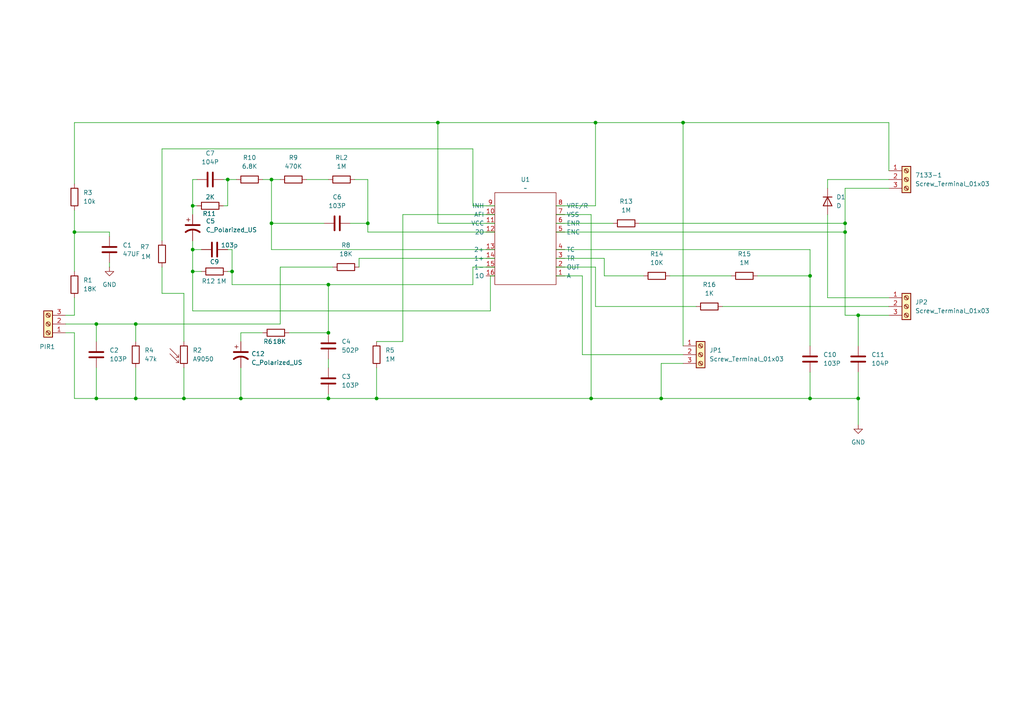
<source format=kicad_sch>
(kicad_sch
	(version 20231120)
	(generator "eeschema")
	(generator_version "8.0")
	(uuid "0de7aa12-3e1e-4db5-9df7-f7cccc3b3a9b")
	(paper "A4")
	(title_block
		(title "TP Esquemático KiCad")
		(date "1/10/24")
		(company "Curso: 5 TEL")
		(comment 1 "Autores: Joaquin Racamato, Thiago Fornarini")
		(comment 2 "Revisor: Israel Pavelek")
		(comment 3 "Institución: ETRR")
	)
	(lib_symbols
		(symbol "BISS0001 nuevo:BISS0001_NUEVO"
			(exclude_from_sim no)
			(in_bom yes)
			(on_board yes)
			(property "Reference" "U"
				(at 0 7.366 0)
				(effects
					(font
						(size 1.27 1.27)
					)
				)
			)
			(property "Value" ""
				(at 0 0 0)
				(effects
					(font
						(size 1.27 1.27)
					)
				)
			)
			(property "Footprint" ""
				(at 0 0 0)
				(effects
					(font
						(size 1.27 1.27)
					)
					(hide yes)
				)
			)
			(property "Datasheet" ""
				(at 0 0 0)
				(effects
					(font
						(size 1.27 1.27)
					)
					(hide yes)
				)
			)
			(property "Description" ""
				(at 0 0 0)
				(effects
					(font
						(size 1.27 1.27)
					)
					(hide yes)
				)
			)
			(symbol "BISS0001_NUEVO_0_1"
				(rectangle
					(start -8.89 5.08)
					(end 8.89 -21.59)
					(stroke
						(width 0)
						(type default)
					)
					(fill
						(type none)
					)
				)
			)
			(symbol "BISS0001_NUEVO_1_1"
				(pin input line
					(at 8.89 -19.05 0)
					(length 2.54)
					(name "A"
						(effects
							(font
								(size 1.27 1.27)
							)
						)
					)
					(number "1"
						(effects
							(font
								(size 1.27 1.27)
							)
						)
					)
				)
				(pin input line
					(at -8.89 -1.27 180)
					(length 2.54)
					(name "AFI"
						(effects
							(font
								(size 1.27 1.27)
							)
						)
					)
					(number "10"
						(effects
							(font
								(size 1.27 1.27)
							)
						)
					)
				)
				(pin input line
					(at -8.89 -3.81 180)
					(length 2.54)
					(name "VCC"
						(effects
							(font
								(size 1.27 1.27)
							)
						)
					)
					(number "11"
						(effects
							(font
								(size 1.27 1.27)
							)
						)
					)
				)
				(pin input line
					(at -8.89 -6.35 180)
					(length 2.54)
					(name "2O"
						(effects
							(font
								(size 1.27 1.27)
							)
						)
					)
					(number "12"
						(effects
							(font
								(size 1.27 1.27)
							)
						)
					)
				)
				(pin input line
					(at -8.89 -11.43 180)
					(length 2.54)
					(name "2+"
						(effects
							(font
								(size 1.27 1.27)
							)
						)
					)
					(number "13"
						(effects
							(font
								(size 1.27 1.27)
							)
						)
					)
				)
				(pin input line
					(at -8.89 -13.97 180)
					(length 2.54)
					(name "1+"
						(effects
							(font
								(size 1.27 1.27)
							)
						)
					)
					(number "14"
						(effects
							(font
								(size 1.27 1.27)
							)
						)
					)
				)
				(pin input line
					(at -8.89 -16.51 180)
					(length 2.54)
					(name "1-"
						(effects
							(font
								(size 1.27 1.27)
							)
						)
					)
					(number "15"
						(effects
							(font
								(size 1.27 1.27)
							)
						)
					)
				)
				(pin input line
					(at -8.89 -19.05 180)
					(length 2.54)
					(name "1O"
						(effects
							(font
								(size 1.27 1.27)
							)
						)
					)
					(number "16"
						(effects
							(font
								(size 1.27 1.27)
							)
						)
					)
				)
				(pin input line
					(at 8.89 -16.51 0)
					(length 2.54)
					(name "OUT"
						(effects
							(font
								(size 1.27 1.27)
							)
						)
					)
					(number "2"
						(effects
							(font
								(size 1.27 1.27)
							)
						)
					)
				)
				(pin input line
					(at 8.89 -13.97 0)
					(length 2.54)
					(name "TR"
						(effects
							(font
								(size 1.27 1.27)
							)
						)
					)
					(number "3"
						(effects
							(font
								(size 1.27 1.27)
							)
						)
					)
				)
				(pin input line
					(at 8.89 -11.43 0)
					(length 2.54)
					(name "TC"
						(effects
							(font
								(size 1.27 1.27)
							)
						)
					)
					(number "4"
						(effects
							(font
								(size 1.27 1.27)
							)
						)
					)
				)
				(pin input line
					(at 8.89 -6.35 0)
					(length 2.54)
					(name "ENC"
						(effects
							(font
								(size 1.27 1.27)
							)
						)
					)
					(number "5"
						(effects
							(font
								(size 1.27 1.27)
							)
						)
					)
				)
				(pin input line
					(at 8.89 -3.81 0)
					(length 2.54)
					(name "ENR"
						(effects
							(font
								(size 1.27 1.27)
							)
						)
					)
					(number "6"
						(effects
							(font
								(size 1.27 1.27)
							)
						)
					)
				)
				(pin input line
					(at 8.89 -1.27 0)
					(length 2.54)
					(name "VSS"
						(effects
							(font
								(size 1.27 1.27)
							)
						)
					)
					(number "7"
						(effects
							(font
								(size 1.27 1.27)
							)
						)
					)
				)
				(pin input line
					(at 8.89 1.27 0)
					(length 2.54)
					(name "VRE/R"
						(effects
							(font
								(size 1.27 1.27)
							)
						)
					)
					(number "8"
						(effects
							(font
								(size 1.27 1.27)
							)
						)
					)
				)
				(pin input line
					(at -8.89 1.27 180)
					(length 2.54)
					(name "INH"
						(effects
							(font
								(size 1.27 1.27)
							)
						)
					)
					(number "9"
						(effects
							(font
								(size 1.27 1.27)
							)
						)
					)
				)
			)
		)
		(symbol "Connector:Screw_Terminal_01x03"
			(pin_names
				(offset 1.016) hide)
			(exclude_from_sim no)
			(in_bom yes)
			(on_board yes)
			(property "Reference" "J"
				(at 0 5.08 0)
				(effects
					(font
						(size 1.27 1.27)
					)
				)
			)
			(property "Value" "Screw_Terminal_01x03"
				(at 0 -5.08 0)
				(effects
					(font
						(size 1.27 1.27)
					)
				)
			)
			(property "Footprint" ""
				(at 0 0 0)
				(effects
					(font
						(size 1.27 1.27)
					)
					(hide yes)
				)
			)
			(property "Datasheet" "~"
				(at 0 0 0)
				(effects
					(font
						(size 1.27 1.27)
					)
					(hide yes)
				)
			)
			(property "Description" "Generic screw terminal, single row, 01x03, script generated (kicad-library-utils/schlib/autogen/connector/)"
				(at 0 0 0)
				(effects
					(font
						(size 1.27 1.27)
					)
					(hide yes)
				)
			)
			(property "ki_keywords" "screw terminal"
				(at 0 0 0)
				(effects
					(font
						(size 1.27 1.27)
					)
					(hide yes)
				)
			)
			(property "ki_fp_filters" "TerminalBlock*:*"
				(at 0 0 0)
				(effects
					(font
						(size 1.27 1.27)
					)
					(hide yes)
				)
			)
			(symbol "Screw_Terminal_01x03_1_1"
				(rectangle
					(start -1.27 3.81)
					(end 1.27 -3.81)
					(stroke
						(width 0.254)
						(type default)
					)
					(fill
						(type background)
					)
				)
				(circle
					(center 0 -2.54)
					(radius 0.635)
					(stroke
						(width 0.1524)
						(type default)
					)
					(fill
						(type none)
					)
				)
				(polyline
					(pts
						(xy -0.5334 -2.2098) (xy 0.3302 -3.048)
					)
					(stroke
						(width 0.1524)
						(type default)
					)
					(fill
						(type none)
					)
				)
				(polyline
					(pts
						(xy -0.5334 0.3302) (xy 0.3302 -0.508)
					)
					(stroke
						(width 0.1524)
						(type default)
					)
					(fill
						(type none)
					)
				)
				(polyline
					(pts
						(xy -0.5334 2.8702) (xy 0.3302 2.032)
					)
					(stroke
						(width 0.1524)
						(type default)
					)
					(fill
						(type none)
					)
				)
				(polyline
					(pts
						(xy -0.3556 -2.032) (xy 0.508 -2.8702)
					)
					(stroke
						(width 0.1524)
						(type default)
					)
					(fill
						(type none)
					)
				)
				(polyline
					(pts
						(xy -0.3556 0.508) (xy 0.508 -0.3302)
					)
					(stroke
						(width 0.1524)
						(type default)
					)
					(fill
						(type none)
					)
				)
				(polyline
					(pts
						(xy -0.3556 3.048) (xy 0.508 2.2098)
					)
					(stroke
						(width 0.1524)
						(type default)
					)
					(fill
						(type none)
					)
				)
				(circle
					(center 0 0)
					(radius 0.635)
					(stroke
						(width 0.1524)
						(type default)
					)
					(fill
						(type none)
					)
				)
				(circle
					(center 0 2.54)
					(radius 0.635)
					(stroke
						(width 0.1524)
						(type default)
					)
					(fill
						(type none)
					)
				)
				(pin passive line
					(at -5.08 2.54 0)
					(length 3.81)
					(name "Pin_1"
						(effects
							(font
								(size 1.27 1.27)
							)
						)
					)
					(number "1"
						(effects
							(font
								(size 1.27 1.27)
							)
						)
					)
				)
				(pin passive line
					(at -5.08 0 0)
					(length 3.81)
					(name "Pin_2"
						(effects
							(font
								(size 1.27 1.27)
							)
						)
					)
					(number "2"
						(effects
							(font
								(size 1.27 1.27)
							)
						)
					)
				)
				(pin passive line
					(at -5.08 -2.54 0)
					(length 3.81)
					(name "Pin_3"
						(effects
							(font
								(size 1.27 1.27)
							)
						)
					)
					(number "3"
						(effects
							(font
								(size 1.27 1.27)
							)
						)
					)
				)
			)
		)
		(symbol "Device:C"
			(pin_numbers hide)
			(pin_names
				(offset 0.254)
			)
			(exclude_from_sim no)
			(in_bom yes)
			(on_board yes)
			(property "Reference" "C"
				(at 0.635 2.54 0)
				(effects
					(font
						(size 1.27 1.27)
					)
					(justify left)
				)
			)
			(property "Value" "C"
				(at 0.635 -2.54 0)
				(effects
					(font
						(size 1.27 1.27)
					)
					(justify left)
				)
			)
			(property "Footprint" ""
				(at 0.9652 -3.81 0)
				(effects
					(font
						(size 1.27 1.27)
					)
					(hide yes)
				)
			)
			(property "Datasheet" "~"
				(at 0 0 0)
				(effects
					(font
						(size 1.27 1.27)
					)
					(hide yes)
				)
			)
			(property "Description" "Unpolarized capacitor"
				(at 0 0 0)
				(effects
					(font
						(size 1.27 1.27)
					)
					(hide yes)
				)
			)
			(property "ki_keywords" "cap capacitor"
				(at 0 0 0)
				(effects
					(font
						(size 1.27 1.27)
					)
					(hide yes)
				)
			)
			(property "ki_fp_filters" "C_*"
				(at 0 0 0)
				(effects
					(font
						(size 1.27 1.27)
					)
					(hide yes)
				)
			)
			(symbol "C_0_1"
				(polyline
					(pts
						(xy -2.032 -0.762) (xy 2.032 -0.762)
					)
					(stroke
						(width 0.508)
						(type default)
					)
					(fill
						(type none)
					)
				)
				(polyline
					(pts
						(xy -2.032 0.762) (xy 2.032 0.762)
					)
					(stroke
						(width 0.508)
						(type default)
					)
					(fill
						(type none)
					)
				)
			)
			(symbol "C_1_1"
				(pin passive line
					(at 0 3.81 270)
					(length 2.794)
					(name "~"
						(effects
							(font
								(size 1.27 1.27)
							)
						)
					)
					(number "1"
						(effects
							(font
								(size 1.27 1.27)
							)
						)
					)
				)
				(pin passive line
					(at 0 -3.81 90)
					(length 2.794)
					(name "~"
						(effects
							(font
								(size 1.27 1.27)
							)
						)
					)
					(number "2"
						(effects
							(font
								(size 1.27 1.27)
							)
						)
					)
				)
			)
		)
		(symbol "Device:C_Polarized_US"
			(pin_numbers hide)
			(pin_names
				(offset 0.254) hide)
			(exclude_from_sim no)
			(in_bom yes)
			(on_board yes)
			(property "Reference" "C"
				(at 0.635 2.54 0)
				(effects
					(font
						(size 1.27 1.27)
					)
					(justify left)
				)
			)
			(property "Value" "C_Polarized_US"
				(at 0.635 -2.54 0)
				(effects
					(font
						(size 1.27 1.27)
					)
					(justify left)
				)
			)
			(property "Footprint" ""
				(at 0 0 0)
				(effects
					(font
						(size 1.27 1.27)
					)
					(hide yes)
				)
			)
			(property "Datasheet" "~"
				(at 0 0 0)
				(effects
					(font
						(size 1.27 1.27)
					)
					(hide yes)
				)
			)
			(property "Description" "Polarized capacitor, US symbol"
				(at 0 0 0)
				(effects
					(font
						(size 1.27 1.27)
					)
					(hide yes)
				)
			)
			(property "ki_keywords" "cap capacitor"
				(at 0 0 0)
				(effects
					(font
						(size 1.27 1.27)
					)
					(hide yes)
				)
			)
			(property "ki_fp_filters" "CP_*"
				(at 0 0 0)
				(effects
					(font
						(size 1.27 1.27)
					)
					(hide yes)
				)
			)
			(symbol "C_Polarized_US_0_1"
				(polyline
					(pts
						(xy -2.032 0.762) (xy 2.032 0.762)
					)
					(stroke
						(width 0.508)
						(type default)
					)
					(fill
						(type none)
					)
				)
				(polyline
					(pts
						(xy -1.778 2.286) (xy -0.762 2.286)
					)
					(stroke
						(width 0)
						(type default)
					)
					(fill
						(type none)
					)
				)
				(polyline
					(pts
						(xy -1.27 1.778) (xy -1.27 2.794)
					)
					(stroke
						(width 0)
						(type default)
					)
					(fill
						(type none)
					)
				)
				(arc
					(start 2.032 -1.27)
					(mid 0 -0.5572)
					(end -2.032 -1.27)
					(stroke
						(width 0.508)
						(type default)
					)
					(fill
						(type none)
					)
				)
			)
			(symbol "C_Polarized_US_1_1"
				(pin passive line
					(at 0 3.81 270)
					(length 2.794)
					(name "~"
						(effects
							(font
								(size 1.27 1.27)
							)
						)
					)
					(number "1"
						(effects
							(font
								(size 1.27 1.27)
							)
						)
					)
				)
				(pin passive line
					(at 0 -3.81 90)
					(length 3.302)
					(name "~"
						(effects
							(font
								(size 1.27 1.27)
							)
						)
					)
					(number "2"
						(effects
							(font
								(size 1.27 1.27)
							)
						)
					)
				)
			)
		)
		(symbol "Device:D"
			(pin_numbers hide)
			(pin_names
				(offset 1.016) hide)
			(exclude_from_sim no)
			(in_bom yes)
			(on_board yes)
			(property "Reference" "D"
				(at 0 2.54 0)
				(effects
					(font
						(size 1.27 1.27)
					)
				)
			)
			(property "Value" "D"
				(at 0 -2.54 0)
				(effects
					(font
						(size 1.27 1.27)
					)
				)
			)
			(property "Footprint" ""
				(at 0 0 0)
				(effects
					(font
						(size 1.27 1.27)
					)
					(hide yes)
				)
			)
			(property "Datasheet" "~"
				(at 0 0 0)
				(effects
					(font
						(size 1.27 1.27)
					)
					(hide yes)
				)
			)
			(property "Description" "Diode"
				(at 0 0 0)
				(effects
					(font
						(size 1.27 1.27)
					)
					(hide yes)
				)
			)
			(property "Sim.Device" "D"
				(at 0 0 0)
				(effects
					(font
						(size 1.27 1.27)
					)
					(hide yes)
				)
			)
			(property "Sim.Pins" "1=K 2=A"
				(at 0 0 0)
				(effects
					(font
						(size 1.27 1.27)
					)
					(hide yes)
				)
			)
			(property "ki_keywords" "diode"
				(at 0 0 0)
				(effects
					(font
						(size 1.27 1.27)
					)
					(hide yes)
				)
			)
			(property "ki_fp_filters" "TO-???* *_Diode_* *SingleDiode* D_*"
				(at 0 0 0)
				(effects
					(font
						(size 1.27 1.27)
					)
					(hide yes)
				)
			)
			(symbol "D_0_1"
				(polyline
					(pts
						(xy -1.27 1.27) (xy -1.27 -1.27)
					)
					(stroke
						(width 0.254)
						(type default)
					)
					(fill
						(type none)
					)
				)
				(polyline
					(pts
						(xy 1.27 0) (xy -1.27 0)
					)
					(stroke
						(width 0)
						(type default)
					)
					(fill
						(type none)
					)
				)
				(polyline
					(pts
						(xy 1.27 1.27) (xy 1.27 -1.27) (xy -1.27 0) (xy 1.27 1.27)
					)
					(stroke
						(width 0.254)
						(type default)
					)
					(fill
						(type none)
					)
				)
			)
			(symbol "D_1_1"
				(pin passive line
					(at -3.81 0 0)
					(length 2.54)
					(name "K"
						(effects
							(font
								(size 1.27 1.27)
							)
						)
					)
					(number "1"
						(effects
							(font
								(size 1.27 1.27)
							)
						)
					)
				)
				(pin passive line
					(at 3.81 0 180)
					(length 2.54)
					(name "A"
						(effects
							(font
								(size 1.27 1.27)
							)
						)
					)
					(number "2"
						(effects
							(font
								(size 1.27 1.27)
							)
						)
					)
				)
			)
		)
		(symbol "Device:R"
			(pin_numbers hide)
			(pin_names
				(offset 0)
			)
			(exclude_from_sim no)
			(in_bom yes)
			(on_board yes)
			(property "Reference" "R"
				(at 2.032 0 90)
				(effects
					(font
						(size 1.27 1.27)
					)
				)
			)
			(property "Value" "R"
				(at 0 0 90)
				(effects
					(font
						(size 1.27 1.27)
					)
				)
			)
			(property "Footprint" ""
				(at -1.778 0 90)
				(effects
					(font
						(size 1.27 1.27)
					)
					(hide yes)
				)
			)
			(property "Datasheet" "~"
				(at 0 0 0)
				(effects
					(font
						(size 1.27 1.27)
					)
					(hide yes)
				)
			)
			(property "Description" "Resistor"
				(at 0 0 0)
				(effects
					(font
						(size 1.27 1.27)
					)
					(hide yes)
				)
			)
			(property "ki_keywords" "R res resistor"
				(at 0 0 0)
				(effects
					(font
						(size 1.27 1.27)
					)
					(hide yes)
				)
			)
			(property "ki_fp_filters" "R_*"
				(at 0 0 0)
				(effects
					(font
						(size 1.27 1.27)
					)
					(hide yes)
				)
			)
			(symbol "R_0_1"
				(rectangle
					(start -1.016 -2.54)
					(end 1.016 2.54)
					(stroke
						(width 0.254)
						(type default)
					)
					(fill
						(type none)
					)
				)
			)
			(symbol "R_1_1"
				(pin passive line
					(at 0 3.81 270)
					(length 1.27)
					(name "~"
						(effects
							(font
								(size 1.27 1.27)
							)
						)
					)
					(number "1"
						(effects
							(font
								(size 1.27 1.27)
							)
						)
					)
				)
				(pin passive line
					(at 0 -3.81 90)
					(length 1.27)
					(name "~"
						(effects
							(font
								(size 1.27 1.27)
							)
						)
					)
					(number "2"
						(effects
							(font
								(size 1.27 1.27)
							)
						)
					)
				)
			)
		)
		(symbol "Sensor_Optical:A9050"
			(pin_numbers hide)
			(pin_names
				(offset 0)
			)
			(exclude_from_sim no)
			(in_bom yes)
			(on_board yes)
			(property "Reference" "R"
				(at -5.08 0 90)
				(effects
					(font
						(size 1.27 1.27)
					)
				)
			)
			(property "Value" "A9050"
				(at 1.905 0 90)
				(effects
					(font
						(size 1.27 1.27)
					)
					(justify top)
				)
			)
			(property "Footprint" "OptoDevice:R_LDR_5.0x4.1mm_P3mm_Vertical"
				(at 4.445 0 90)
				(effects
					(font
						(size 1.27 1.27)
					)
					(hide yes)
				)
			)
			(property "Datasheet" "http://cdn-reichelt.de/documents/datenblatt/A500/A90xxxx%23PE.pdf"
				(at 0 -1.27 0)
				(effects
					(font
						(size 1.27 1.27)
					)
					(hide yes)
				)
			)
			(property "Description" "light dependent resistor"
				(at 0 0 0)
				(effects
					(font
						(size 1.27 1.27)
					)
					(hide yes)
				)
			)
			(property "ki_keywords" "light dependent photo resistor LDR"
				(at 0 0 0)
				(effects
					(font
						(size 1.27 1.27)
					)
					(hide yes)
				)
			)
			(property "ki_fp_filters" "R*LDR*5.0x4.1mm*P3mm*"
				(at 0 0 0)
				(effects
					(font
						(size 1.27 1.27)
					)
					(hide yes)
				)
			)
			(symbol "A9050_0_1"
				(rectangle
					(start -1.016 2.54)
					(end 1.016 -2.54)
					(stroke
						(width 0.254)
						(type default)
					)
					(fill
						(type none)
					)
				)
				(polyline
					(pts
						(xy -1.524 -2.286) (xy -4.064 0.254)
					)
					(stroke
						(width 0)
						(type default)
					)
					(fill
						(type none)
					)
				)
				(polyline
					(pts
						(xy -1.524 -2.286) (xy -2.286 -2.286)
					)
					(stroke
						(width 0)
						(type default)
					)
					(fill
						(type none)
					)
				)
				(polyline
					(pts
						(xy -1.524 -2.286) (xy -1.524 -1.524)
					)
					(stroke
						(width 0)
						(type default)
					)
					(fill
						(type none)
					)
				)
				(polyline
					(pts
						(xy -1.524 -0.762) (xy -4.064 1.778)
					)
					(stroke
						(width 0)
						(type default)
					)
					(fill
						(type none)
					)
				)
				(polyline
					(pts
						(xy -1.524 -0.762) (xy -2.286 -0.762)
					)
					(stroke
						(width 0)
						(type default)
					)
					(fill
						(type none)
					)
				)
				(polyline
					(pts
						(xy -1.524 -0.762) (xy -1.524 0)
					)
					(stroke
						(width 0)
						(type default)
					)
					(fill
						(type none)
					)
				)
			)
			(symbol "A9050_1_1"
				(pin passive line
					(at 0 3.81 270)
					(length 1.27)
					(name "~"
						(effects
							(font
								(size 1.27 1.27)
							)
						)
					)
					(number "1"
						(effects
							(font
								(size 1.27 1.27)
							)
						)
					)
				)
				(pin passive line
					(at 0 -3.81 90)
					(length 1.27)
					(name "~"
						(effects
							(font
								(size 1.27 1.27)
							)
						)
					)
					(number "2"
						(effects
							(font
								(size 1.27 1.27)
							)
						)
					)
				)
			)
		)
		(symbol "power:GND"
			(power)
			(pin_numbers hide)
			(pin_names
				(offset 0) hide)
			(exclude_from_sim no)
			(in_bom yes)
			(on_board yes)
			(property "Reference" "#PWR"
				(at 0 -6.35 0)
				(effects
					(font
						(size 1.27 1.27)
					)
					(hide yes)
				)
			)
			(property "Value" "GND"
				(at 0 -3.81 0)
				(effects
					(font
						(size 1.27 1.27)
					)
				)
			)
			(property "Footprint" ""
				(at 0 0 0)
				(effects
					(font
						(size 1.27 1.27)
					)
					(hide yes)
				)
			)
			(property "Datasheet" ""
				(at 0 0 0)
				(effects
					(font
						(size 1.27 1.27)
					)
					(hide yes)
				)
			)
			(property "Description" "Power symbol creates a global label with name \"GND\" , ground"
				(at 0 0 0)
				(effects
					(font
						(size 1.27 1.27)
					)
					(hide yes)
				)
			)
			(property "ki_keywords" "global power"
				(at 0 0 0)
				(effects
					(font
						(size 1.27 1.27)
					)
					(hide yes)
				)
			)
			(symbol "GND_0_1"
				(polyline
					(pts
						(xy 0 0) (xy 0 -1.27) (xy 1.27 -1.27) (xy 0 -2.54) (xy -1.27 -1.27) (xy 0 -1.27)
					)
					(stroke
						(width 0)
						(type default)
					)
					(fill
						(type none)
					)
				)
			)
			(symbol "GND_1_1"
				(pin power_in line
					(at 0 0 270)
					(length 0)
					(name "~"
						(effects
							(font
								(size 1.27 1.27)
							)
						)
					)
					(number "1"
						(effects
							(font
								(size 1.27 1.27)
							)
						)
					)
				)
			)
		)
	)
	(junction
		(at 245.11 67.31)
		(diameter 0)
		(color 0 0 0 0)
		(uuid "0b8e064e-ab8d-4db8-abd7-4613de9081a8")
	)
	(junction
		(at 67.31 78.74)
		(diameter 0)
		(color 0 0 0 0)
		(uuid "0e12f52b-93c7-485f-b1d2-493ecea86cb3")
	)
	(junction
		(at 248.92 91.44)
		(diameter 0)
		(color 0 0 0 0)
		(uuid "1813de26-5559-4bd5-9cb8-648273310035")
	)
	(junction
		(at 172.72 35.56)
		(diameter 0)
		(color 0 0 0 0)
		(uuid "1b60b7c0-74bc-4ba0-a243-b02ff57fac0a")
	)
	(junction
		(at 106.68 64.77)
		(diameter 0)
		(color 0 0 0 0)
		(uuid "24d33633-26b6-4dcf-b72a-86d3827acc72")
	)
	(junction
		(at 39.37 93.98)
		(diameter 0)
		(color 0 0 0 0)
		(uuid "29bd70df-4dde-4f86-8bc5-bc86b2c280aa")
	)
	(junction
		(at 69.85 115.57)
		(diameter 0)
		(color 0 0 0 0)
		(uuid "33a1d207-d984-4904-b800-1a2a560ab4f6")
	)
	(junction
		(at 55.88 78.74)
		(diameter 0)
		(color 0 0 0 0)
		(uuid "3551f5d3-7080-43e3-a616-eae43e5e4b99")
	)
	(junction
		(at 127 35.56)
		(diameter 0)
		(color 0 0 0 0)
		(uuid "36170112-53f2-4f64-96ad-badef92ef583")
	)
	(junction
		(at 234.95 80.01)
		(diameter 0)
		(color 0 0 0 0)
		(uuid "3a614da7-abbc-4d3b-a9e3-f6102380d7d1")
	)
	(junction
		(at 248.92 115.57)
		(diameter 0)
		(color 0 0 0 0)
		(uuid "3feba88e-5354-4990-86a9-efb22dc9ba2b")
	)
	(junction
		(at 109.22 115.57)
		(diameter 0)
		(color 0 0 0 0)
		(uuid "4b68f3ea-82df-48cb-8874-3732165ad905")
	)
	(junction
		(at 27.94 93.98)
		(diameter 0)
		(color 0 0 0 0)
		(uuid "4e555d0e-9fa8-43c7-9f5e-24c8c4b2bd78")
	)
	(junction
		(at 55.88 72.39)
		(diameter 0)
		(color 0 0 0 0)
		(uuid "58580c42-a202-4592-a459-c48ebd7f5ea3")
	)
	(junction
		(at 21.59 67.31)
		(diameter 0)
		(color 0 0 0 0)
		(uuid "5b9c334c-ea44-4957-b211-098c740e8ed8")
	)
	(junction
		(at 27.94 115.57)
		(diameter 0)
		(color 0 0 0 0)
		(uuid "5c801e43-e03c-45c0-a2eb-bf22a3b76335")
	)
	(junction
		(at 171.45 115.57)
		(diameter 0)
		(color 0 0 0 0)
		(uuid "76fd9118-7ea4-4fff-a2e8-2c5e826c5aae")
	)
	(junction
		(at 55.88 59.69)
		(diameter 0)
		(color 0 0 0 0)
		(uuid "77c428b0-040d-4978-af82-bc04f8e4c9f2")
	)
	(junction
		(at 198.12 35.56)
		(diameter 0)
		(color 0 0 0 0)
		(uuid "7c46228c-ed7c-4e6c-9767-863520f06be8")
	)
	(junction
		(at 191.77 115.57)
		(diameter 0)
		(color 0 0 0 0)
		(uuid "96689dc4-e759-41a8-977b-a035fec2653c")
	)
	(junction
		(at 95.25 82.55)
		(diameter 0)
		(color 0 0 0 0)
		(uuid "9e6197bf-cc1d-4225-b5f7-fb9b7354c4fc")
	)
	(junction
		(at 95.25 96.52)
		(diameter 0)
		(color 0 0 0 0)
		(uuid "aad5db6b-ff17-406e-b5e4-1d8ea2f324fb")
	)
	(junction
		(at 39.37 115.57)
		(diameter 0)
		(color 0 0 0 0)
		(uuid "b79c47d1-552f-43c6-9d49-04e57b32ac9a")
	)
	(junction
		(at 78.74 64.77)
		(diameter 0)
		(color 0 0 0 0)
		(uuid "b7abc8e0-3716-42da-9cc9-30f399a94749")
	)
	(junction
		(at 66.04 52.07)
		(diameter 0)
		(color 0 0 0 0)
		(uuid "c3311213-cde7-4261-a176-510c10cd6b31")
	)
	(junction
		(at 234.95 115.57)
		(diameter 0)
		(color 0 0 0 0)
		(uuid "d4f700c4-b940-46d9-a0b1-17f6fedbac5e")
	)
	(junction
		(at 53.34 115.57)
		(diameter 0)
		(color 0 0 0 0)
		(uuid "e3005058-a6ff-4102-926e-78e4b98d4905")
	)
	(junction
		(at 95.25 115.57)
		(diameter 0)
		(color 0 0 0 0)
		(uuid "e5356f05-0d38-4fa3-8476-fd646af3a187")
	)
	(junction
		(at 245.11 64.77)
		(diameter 0)
		(color 0 0 0 0)
		(uuid "e7fb633f-2131-4db1-bd23-a426b259b970")
	)
	(junction
		(at 78.74 52.07)
		(diameter 0)
		(color 0 0 0 0)
		(uuid "fa93eeff-d2d8-47cf-b2e1-589f35fcf18b")
	)
	(wire
		(pts
			(xy 21.59 86.36) (xy 21.59 91.44)
		)
		(stroke
			(width 0)
			(type default)
		)
		(uuid "016ceeae-4725-4b1e-8529-c1ebb09dc2a3")
	)
	(wire
		(pts
			(xy 39.37 106.68) (xy 39.37 115.57)
		)
		(stroke
			(width 0)
			(type default)
		)
		(uuid "041bcc52-3e2c-413e-ab6a-68e71739f043")
	)
	(wire
		(pts
			(xy 69.85 99.06) (xy 69.85 96.52)
		)
		(stroke
			(width 0)
			(type default)
		)
		(uuid "04d9e32c-d429-443e-bd43-6213d719bf4b")
	)
	(wire
		(pts
			(xy 39.37 93.98) (xy 81.28 93.98)
		)
		(stroke
			(width 0)
			(type default)
		)
		(uuid "053fc651-0e2d-4255-a946-478327e09335")
	)
	(wire
		(pts
			(xy 46.99 85.09) (xy 46.99 77.47)
		)
		(stroke
			(width 0)
			(type default)
		)
		(uuid "0733fcf7-193b-4eba-b40f-904979a11e3c")
	)
	(wire
		(pts
			(xy 46.99 43.18) (xy 46.99 69.85)
		)
		(stroke
			(width 0)
			(type default)
		)
		(uuid "0742a830-1dd1-4e48-aa52-6ff1a123a767")
	)
	(wire
		(pts
			(xy 106.68 67.31) (xy 143.51 67.31)
		)
		(stroke
			(width 0)
			(type default)
		)
		(uuid "0a9a638b-0074-456b-b39d-eaf62942ef67")
	)
	(wire
		(pts
			(xy 143.51 72.39) (xy 78.74 72.39)
		)
		(stroke
			(width 0)
			(type default)
		)
		(uuid "0b7cbcfb-a3f5-445f-a2db-5289de1e309f")
	)
	(wire
		(pts
			(xy 95.25 82.55) (xy 137.16 82.55)
		)
		(stroke
			(width 0)
			(type default)
		)
		(uuid "0f389040-2ca6-4c3a-bcc7-e15dcf364959")
	)
	(wire
		(pts
			(xy 142.24 80.01) (xy 143.51 80.01)
		)
		(stroke
			(width 0)
			(type default)
		)
		(uuid "11fa31eb-d5ef-4682-9ea1-ceb4629e4301")
	)
	(wire
		(pts
			(xy 240.03 54.61) (xy 240.03 52.07)
		)
		(stroke
			(width 0)
			(type default)
		)
		(uuid "1504bba4-c25a-4014-a5ca-d30ddab921da")
	)
	(wire
		(pts
			(xy 161.29 72.39) (xy 234.95 72.39)
		)
		(stroke
			(width 0)
			(type default)
		)
		(uuid "151f7058-eba2-4efe-9109-ed28ed476969")
	)
	(wire
		(pts
			(xy 27.94 93.98) (xy 27.94 99.06)
		)
		(stroke
			(width 0)
			(type default)
		)
		(uuid "173dc98a-1b0b-4ad0-9826-a818ed7944f1")
	)
	(wire
		(pts
			(xy 101.6 64.77) (xy 106.68 64.77)
		)
		(stroke
			(width 0)
			(type default)
		)
		(uuid "176c90da-3f21-44f4-aaf0-76a2ea7c811e")
	)
	(wire
		(pts
			(xy 248.92 91.44) (xy 248.92 100.33)
		)
		(stroke
			(width 0)
			(type default)
		)
		(uuid "19df9a30-d16d-4297-97ec-ac027c1e7ae9")
	)
	(wire
		(pts
			(xy 137.16 59.69) (xy 137.16 43.18)
		)
		(stroke
			(width 0)
			(type default)
		)
		(uuid "1a51ef0d-53fe-401b-8b39-8a878d20a1be")
	)
	(wire
		(pts
			(xy 53.34 85.09) (xy 53.34 99.06)
		)
		(stroke
			(width 0)
			(type default)
		)
		(uuid "1aa3363c-7dfa-48ab-8a01-3372ae2e41b9")
	)
	(wire
		(pts
			(xy 240.03 86.36) (xy 240.03 62.23)
		)
		(stroke
			(width 0)
			(type default)
		)
		(uuid "203ec91f-f6ed-461a-b6a9-508f4b9ac3e3")
	)
	(wire
		(pts
			(xy 172.72 88.9) (xy 201.93 88.9)
		)
		(stroke
			(width 0)
			(type default)
		)
		(uuid "22199c61-5aff-42c5-b03d-9628c2bf6185")
	)
	(wire
		(pts
			(xy 191.77 115.57) (xy 234.95 115.57)
		)
		(stroke
			(width 0)
			(type default)
		)
		(uuid "2424cb0e-72bd-4d94-ad73-9c0801bdad5e")
	)
	(wire
		(pts
			(xy 175.26 80.01) (xy 186.69 80.01)
		)
		(stroke
			(width 0)
			(type default)
		)
		(uuid "24d060de-cf08-4108-80e6-a2b54832e7c5")
	)
	(wire
		(pts
			(xy 81.28 77.47) (xy 81.28 93.98)
		)
		(stroke
			(width 0)
			(type default)
		)
		(uuid "25d21889-84f1-40c4-ac2b-f64a64e67549")
	)
	(wire
		(pts
			(xy 248.92 107.95) (xy 248.92 115.57)
		)
		(stroke
			(width 0)
			(type default)
		)
		(uuid "27f10d45-b656-45e1-9949-8f440cae712d")
	)
	(wire
		(pts
			(xy 257.81 54.61) (xy 245.11 54.61)
		)
		(stroke
			(width 0)
			(type default)
		)
		(uuid "28f93eb0-45f2-442f-be89-600e43b7f3c5")
	)
	(wire
		(pts
			(xy 66.04 52.07) (xy 68.58 52.07)
		)
		(stroke
			(width 0)
			(type default)
		)
		(uuid "2b627d59-f303-4acc-be49-64606b368ac7")
	)
	(wire
		(pts
			(xy 198.12 105.41) (xy 191.77 105.41)
		)
		(stroke
			(width 0)
			(type default)
		)
		(uuid "2d099ca3-4ecd-4401-ae75-88c319ae2ce4")
	)
	(wire
		(pts
			(xy 55.88 69.85) (xy 55.88 72.39)
		)
		(stroke
			(width 0)
			(type default)
		)
		(uuid "2ef566f1-e078-44b0-ac50-86d132c58c37")
	)
	(wire
		(pts
			(xy 21.59 35.56) (xy 127 35.56)
		)
		(stroke
			(width 0)
			(type default)
		)
		(uuid "33cbb153-468f-4f7e-8b90-151a50e1adec")
	)
	(wire
		(pts
			(xy 66.04 59.69) (xy 64.77 59.69)
		)
		(stroke
			(width 0)
			(type default)
		)
		(uuid "34375a3f-c009-48ab-ab30-06e05a8e2bfa")
	)
	(wire
		(pts
			(xy 198.12 35.56) (xy 198.12 100.33)
		)
		(stroke
			(width 0)
			(type default)
		)
		(uuid "34ffde72-9085-4480-ba38-364a7bef5cf7")
	)
	(wire
		(pts
			(xy 257.81 86.36) (xy 240.03 86.36)
		)
		(stroke
			(width 0)
			(type default)
		)
		(uuid "3677038d-1e65-46be-8f8b-eba4a3185218")
	)
	(wire
		(pts
			(xy 66.04 52.07) (xy 64.77 52.07)
		)
		(stroke
			(width 0)
			(type default)
		)
		(uuid "3806ae4e-d711-46c7-b47c-e29de2efe608")
	)
	(wire
		(pts
			(xy 21.59 67.31) (xy 21.59 78.74)
		)
		(stroke
			(width 0)
			(type default)
		)
		(uuid "3839494d-d03d-4e39-9935-29f763e28f9f")
	)
	(wire
		(pts
			(xy 67.31 82.55) (xy 67.31 78.74)
		)
		(stroke
			(width 0)
			(type default)
		)
		(uuid "38eabd4b-977b-461b-9e14-617261d09bf0")
	)
	(wire
		(pts
			(xy 194.31 80.01) (xy 212.09 80.01)
		)
		(stroke
			(width 0)
			(type default)
		)
		(uuid "393f781a-ced2-485d-8df4-bdd78bf0695c")
	)
	(wire
		(pts
			(xy 95.25 114.3) (xy 95.25 115.57)
		)
		(stroke
			(width 0)
			(type default)
		)
		(uuid "39caac89-b19b-496a-ba96-3331999c01d3")
	)
	(wire
		(pts
			(xy 161.29 67.31) (xy 245.11 67.31)
		)
		(stroke
			(width 0)
			(type default)
		)
		(uuid "3d614005-0e36-4d1a-97a9-76c0c607c285")
	)
	(wire
		(pts
			(xy 21.59 53.34) (xy 21.59 35.56)
		)
		(stroke
			(width 0)
			(type default)
		)
		(uuid "40ac7a92-8164-40ef-bdcd-9740c47f21a1")
	)
	(wire
		(pts
			(xy 46.99 43.18) (xy 137.16 43.18)
		)
		(stroke
			(width 0)
			(type default)
		)
		(uuid "41623894-7c82-4c8e-922d-abd7482fb28d")
	)
	(wire
		(pts
			(xy 127 35.56) (xy 127 64.77)
		)
		(stroke
			(width 0)
			(type default)
		)
		(uuid "41bfc59d-4211-4e15-9d68-b87ae0aaaf16")
	)
	(wire
		(pts
			(xy 66.04 52.07) (xy 66.04 59.69)
		)
		(stroke
			(width 0)
			(type default)
		)
		(uuid "4383face-483e-4ffc-a20f-f13389bdb73c")
	)
	(wire
		(pts
			(xy 78.74 52.07) (xy 78.74 64.77)
		)
		(stroke
			(width 0)
			(type default)
		)
		(uuid "477c904b-807b-477e-91d5-6457bc8bf1ec")
	)
	(wire
		(pts
			(xy 76.2 52.07) (xy 78.74 52.07)
		)
		(stroke
			(width 0)
			(type default)
		)
		(uuid "4876097f-949d-4c73-987e-ce08f03df4b2")
	)
	(wire
		(pts
			(xy 161.29 74.93) (xy 175.26 74.93)
		)
		(stroke
			(width 0)
			(type default)
		)
		(uuid "4e39d217-6c0d-42b5-a019-7b4154312827")
	)
	(wire
		(pts
			(xy 55.88 59.69) (xy 55.88 62.23)
		)
		(stroke
			(width 0)
			(type default)
		)
		(uuid "4e4e1433-d1e3-4c03-8837-a0ce5581a888")
	)
	(wire
		(pts
			(xy 168.91 102.87) (xy 168.91 80.01)
		)
		(stroke
			(width 0)
			(type default)
		)
		(uuid "4fbd0d16-4c54-4a5a-82a7-a2161fd4d581")
	)
	(wire
		(pts
			(xy 69.85 115.57) (xy 95.25 115.57)
		)
		(stroke
			(width 0)
			(type default)
		)
		(uuid "53fc8dee-17be-4843-a126-406fc68bffa8")
	)
	(wire
		(pts
			(xy 21.59 60.96) (xy 21.59 67.31)
		)
		(stroke
			(width 0)
			(type default)
		)
		(uuid "565e8b77-dc87-4c23-83cd-bbe063cfc1d3")
	)
	(wire
		(pts
			(xy 39.37 115.57) (xy 53.34 115.57)
		)
		(stroke
			(width 0)
			(type default)
		)
		(uuid "58437f48-e253-44cd-a632-858fd86e4932")
	)
	(wire
		(pts
			(xy 95.25 104.14) (xy 95.25 106.68)
		)
		(stroke
			(width 0)
			(type default)
		)
		(uuid "5ac7c6bd-5c7f-4291-bb1c-cd98368ba811")
	)
	(wire
		(pts
			(xy 39.37 93.98) (xy 39.37 99.06)
		)
		(stroke
			(width 0)
			(type default)
		)
		(uuid "5cb56d34-9cbe-4524-9c1e-cb6387ba6b1d")
	)
	(wire
		(pts
			(xy 161.29 62.23) (xy 171.45 62.23)
		)
		(stroke
			(width 0)
			(type default)
		)
		(uuid "5ef3ff82-652a-4395-b752-dfaa21645647")
	)
	(wire
		(pts
			(xy 78.74 52.07) (xy 81.28 52.07)
		)
		(stroke
			(width 0)
			(type default)
		)
		(uuid "628f7e91-1c3e-4e06-ba75-b176b968387f")
	)
	(wire
		(pts
			(xy 240.03 52.07) (xy 257.81 52.07)
		)
		(stroke
			(width 0)
			(type default)
		)
		(uuid "63238128-0d18-4014-8df9-83593f4bab85")
	)
	(wire
		(pts
			(xy 21.59 96.52) (xy 21.59 115.57)
		)
		(stroke
			(width 0)
			(type default)
		)
		(uuid "63b2bb14-c83e-4304-b810-8a1544db5146")
	)
	(wire
		(pts
			(xy 67.31 82.55) (xy 95.25 82.55)
		)
		(stroke
			(width 0)
			(type default)
		)
		(uuid "6438ea89-bec9-4c7c-96c2-44b407537874")
	)
	(wire
		(pts
			(xy 175.26 74.93) (xy 175.26 80.01)
		)
		(stroke
			(width 0)
			(type default)
		)
		(uuid "66f15a88-0417-43bb-af03-62269a212e4c")
	)
	(wire
		(pts
			(xy 66.04 72.39) (xy 67.31 72.39)
		)
		(stroke
			(width 0)
			(type default)
		)
		(uuid "6790dd9a-9517-4746-a969-33776e6e70ec")
	)
	(wire
		(pts
			(xy 21.59 67.31) (xy 31.75 67.31)
		)
		(stroke
			(width 0)
			(type default)
		)
		(uuid "6a38275e-c55a-4915-866b-d914bd9a647e")
	)
	(wire
		(pts
			(xy 198.12 102.87) (xy 168.91 102.87)
		)
		(stroke
			(width 0)
			(type default)
		)
		(uuid "6b1b00ec-8d04-4187-a005-c1199c1e74a3")
	)
	(wire
		(pts
			(xy 161.29 59.69) (xy 172.72 59.69)
		)
		(stroke
			(width 0)
			(type default)
		)
		(uuid "6c7041d2-2292-411c-815c-708c01bb88cf")
	)
	(wire
		(pts
			(xy 248.92 91.44) (xy 257.81 91.44)
		)
		(stroke
			(width 0)
			(type default)
		)
		(uuid "6f7e87fb-a8b0-4dbf-9ed8-dce8a799cec2")
	)
	(wire
		(pts
			(xy 19.05 96.52) (xy 21.59 96.52)
		)
		(stroke
			(width 0)
			(type default)
		)
		(uuid "712992b4-70e6-4690-8940-2c0f3b17b200")
	)
	(wire
		(pts
			(xy 83.82 96.52) (xy 95.25 96.52)
		)
		(stroke
			(width 0)
			(type default)
		)
		(uuid "71a3f0a8-3cbf-490b-9dd4-dbea226bbedd")
	)
	(wire
		(pts
			(xy 21.59 115.57) (xy 27.94 115.57)
		)
		(stroke
			(width 0)
			(type default)
		)
		(uuid "73a8c346-eb3e-4b90-856c-406c648f565b")
	)
	(wire
		(pts
			(xy 27.94 93.98) (xy 39.37 93.98)
		)
		(stroke
			(width 0)
			(type default)
		)
		(uuid "75993555-44f7-49dc-89ec-bd881c3fb24c")
	)
	(wire
		(pts
			(xy 67.31 72.39) (xy 67.31 78.74)
		)
		(stroke
			(width 0)
			(type default)
		)
		(uuid "79c57ca8-2fd0-4374-958a-b427a90051a8")
	)
	(wire
		(pts
			(xy 55.88 90.17) (xy 142.24 90.17)
		)
		(stroke
			(width 0)
			(type default)
		)
		(uuid "79ef42d8-76c5-4dd3-bb47-2ed2daccad36")
	)
	(wire
		(pts
			(xy 137.16 82.55) (xy 137.16 77.47)
		)
		(stroke
			(width 0)
			(type default)
		)
		(uuid "7b576f79-f50a-427a-9f8f-1cd211eeff6f")
	)
	(wire
		(pts
			(xy 69.85 106.68) (xy 69.85 115.57)
		)
		(stroke
			(width 0)
			(type default)
		)
		(uuid "800d24ba-bd94-4830-b97d-3a85afdc1655")
	)
	(wire
		(pts
			(xy 46.99 85.09) (xy 53.34 85.09)
		)
		(stroke
			(width 0)
			(type default)
		)
		(uuid "828517b1-1f30-4e69-b611-d837ae793b80")
	)
	(wire
		(pts
			(xy 116.84 62.23) (xy 143.51 62.23)
		)
		(stroke
			(width 0)
			(type default)
		)
		(uuid "8766fe1d-6839-452e-97c2-e851873ae9c4")
	)
	(wire
		(pts
			(xy 172.72 77.47) (xy 172.72 88.9)
		)
		(stroke
			(width 0)
			(type default)
		)
		(uuid "8bf943fe-4120-4402-8eb9-e054346ed6f6")
	)
	(wire
		(pts
			(xy 172.72 35.56) (xy 198.12 35.56)
		)
		(stroke
			(width 0)
			(type default)
		)
		(uuid "8c78b18c-1cea-4d4c-8882-e5015c9886d2")
	)
	(wire
		(pts
			(xy 109.22 106.68) (xy 109.22 115.57)
		)
		(stroke
			(width 0)
			(type default)
		)
		(uuid "8ec79e2d-2de7-4dde-92cc-0e5b0e7d08ec")
	)
	(wire
		(pts
			(xy 95.25 52.07) (xy 88.9 52.07)
		)
		(stroke
			(width 0)
			(type default)
		)
		(uuid "8f73ae62-64c4-479f-a49c-8631da8741a5")
	)
	(wire
		(pts
			(xy 19.05 91.44) (xy 21.59 91.44)
		)
		(stroke
			(width 0)
			(type default)
		)
		(uuid "9598dba1-e919-4a05-ba58-6bd367c7c8dd")
	)
	(wire
		(pts
			(xy 245.11 64.77) (xy 245.11 67.31)
		)
		(stroke
			(width 0)
			(type default)
		)
		(uuid "9b4c2f16-cdcc-4808-8bb6-0586f66e4146")
	)
	(wire
		(pts
			(xy 55.88 52.07) (xy 57.15 52.07)
		)
		(stroke
			(width 0)
			(type default)
		)
		(uuid "a3b3b570-fddc-4651-aab1-76962815b3f9")
	)
	(wire
		(pts
			(xy 234.95 72.39) (xy 234.95 80.01)
		)
		(stroke
			(width 0)
			(type default)
		)
		(uuid "a3f0b17e-1bfe-4ff1-8cdf-d4fe71329e1f")
	)
	(wire
		(pts
			(xy 137.16 77.47) (xy 143.51 77.47)
		)
		(stroke
			(width 0)
			(type default)
		)
		(uuid "a47a00c5-3b35-4d40-b605-0dab38bf7b67")
	)
	(wire
		(pts
			(xy 234.95 107.95) (xy 234.95 115.57)
		)
		(stroke
			(width 0)
			(type default)
		)
		(uuid "a88b4314-0422-4a69-9c72-c0c458b6b22f")
	)
	(wire
		(pts
			(xy 31.75 68.58) (xy 31.75 67.31)
		)
		(stroke
			(width 0)
			(type default)
		)
		(uuid "ab942aa2-6624-4162-b656-e94a47d68e2e")
	)
	(wire
		(pts
			(xy 81.28 77.47) (xy 96.52 77.47)
		)
		(stroke
			(width 0)
			(type default)
		)
		(uuid "ac5bf0b4-9cbb-49eb-89b1-d2d838fdccbc")
	)
	(wire
		(pts
			(xy 55.88 52.07) (xy 55.88 59.69)
		)
		(stroke
			(width 0)
			(type default)
		)
		(uuid "ae1165ce-f4e0-498c-b4b0-79aaf02bdccd")
	)
	(wire
		(pts
			(xy 55.88 72.39) (xy 55.88 78.74)
		)
		(stroke
			(width 0)
			(type default)
		)
		(uuid "afe25916-bad5-4e9f-afde-223ac8d8ffc5")
	)
	(wire
		(pts
			(xy 248.92 115.57) (xy 248.92 123.19)
		)
		(stroke
			(width 0)
			(type default)
		)
		(uuid "b4d98736-0f55-451b-8e30-d550215622f1")
	)
	(wire
		(pts
			(xy 161.29 64.77) (xy 177.8 64.77)
		)
		(stroke
			(width 0)
			(type default)
		)
		(uuid "b57e073f-2dd0-4e68-bdb6-ef47b3a8ca21")
	)
	(wire
		(pts
			(xy 116.84 99.06) (xy 109.22 99.06)
		)
		(stroke
			(width 0)
			(type default)
		)
		(uuid "b588eee9-7407-403b-8b48-cf29bd83a4d8")
	)
	(wire
		(pts
			(xy 55.88 78.74) (xy 58.42 78.74)
		)
		(stroke
			(width 0)
			(type default)
		)
		(uuid "b678ac28-4645-4967-9bfd-06973c16ab96")
	)
	(wire
		(pts
			(xy 106.68 64.77) (xy 106.68 52.07)
		)
		(stroke
			(width 0)
			(type default)
		)
		(uuid "b8d98b37-205a-4c3f-9db7-126789dd9df9")
	)
	(wire
		(pts
			(xy 219.71 80.01) (xy 234.95 80.01)
		)
		(stroke
			(width 0)
			(type default)
		)
		(uuid "b8df9c4a-7fca-4896-b26a-6a25b530e976")
	)
	(wire
		(pts
			(xy 78.74 64.77) (xy 78.74 72.39)
		)
		(stroke
			(width 0)
			(type default)
		)
		(uuid "ba3067ab-b898-4f25-b569-7b9563170656")
	)
	(wire
		(pts
			(xy 161.29 77.47) (xy 172.72 77.47)
		)
		(stroke
			(width 0)
			(type default)
		)
		(uuid "badd4d65-858f-4d33-888d-002762096c89")
	)
	(wire
		(pts
			(xy 95.25 115.57) (xy 109.22 115.57)
		)
		(stroke
			(width 0)
			(type default)
		)
		(uuid "beeda11d-5618-4d4a-bfc3-563c102871ba")
	)
	(wire
		(pts
			(xy 191.77 105.41) (xy 191.77 115.57)
		)
		(stroke
			(width 0)
			(type default)
		)
		(uuid "c2e78032-04a2-4ac9-9068-e62aab99e9e9")
	)
	(wire
		(pts
			(xy 27.94 106.68) (xy 27.94 115.57)
		)
		(stroke
			(width 0)
			(type default)
		)
		(uuid "c66b203b-83a6-420a-971b-1703092efb6d")
	)
	(wire
		(pts
			(xy 55.88 90.17) (xy 55.88 78.74)
		)
		(stroke
			(width 0)
			(type default)
		)
		(uuid "c79031ab-b298-4c20-a6b4-e9a2cbd4fe3c")
	)
	(wire
		(pts
			(xy 234.95 115.57) (xy 248.92 115.57)
		)
		(stroke
			(width 0)
			(type default)
		)
		(uuid "c881c310-721d-4638-881b-673b53b7212e")
	)
	(wire
		(pts
			(xy 78.74 64.77) (xy 93.98 64.77)
		)
		(stroke
			(width 0)
			(type default)
		)
		(uuid "c895f12e-5f10-4fc6-95a1-5ced82eda222")
	)
	(wire
		(pts
			(xy 69.85 96.52) (xy 76.2 96.52)
		)
		(stroke
			(width 0)
			(type default)
		)
		(uuid "cd3cfacb-3c9a-40c3-9ac5-18cbf2da2712")
	)
	(wire
		(pts
			(xy 143.51 64.77) (xy 127 64.77)
		)
		(stroke
			(width 0)
			(type default)
		)
		(uuid "cf1fc1ac-816a-4fc8-9631-3b625ea353cb")
	)
	(wire
		(pts
			(xy 116.84 99.06) (xy 116.84 62.23)
		)
		(stroke
			(width 0)
			(type default)
		)
		(uuid "cf2c00cf-92a5-4bcb-b65f-46b33603cbd0")
	)
	(wire
		(pts
			(xy 67.31 78.74) (xy 66.04 78.74)
		)
		(stroke
			(width 0)
			(type default)
		)
		(uuid "cf34055b-61b6-4828-9e44-b0dcd47e5db5")
	)
	(wire
		(pts
			(xy 168.91 80.01) (xy 161.29 80.01)
		)
		(stroke
			(width 0)
			(type default)
		)
		(uuid "cf653765-9baf-4825-8ef8-00167a090093")
	)
	(wire
		(pts
			(xy 142.24 90.17) (xy 142.24 80.01)
		)
		(stroke
			(width 0)
			(type default)
		)
		(uuid "d17a4e8f-7e46-4713-a5d1-00be4f451cde")
	)
	(wire
		(pts
			(xy 95.25 82.55) (xy 95.25 96.52)
		)
		(stroke
			(width 0)
			(type default)
		)
		(uuid "d1ce1f52-5966-40b0-bd9a-cc2096c25733")
	)
	(wire
		(pts
			(xy 19.05 93.98) (xy 27.94 93.98)
		)
		(stroke
			(width 0)
			(type default)
		)
		(uuid "d446c870-e6e5-4a7f-b042-b4c5e5d9dcb0")
	)
	(wire
		(pts
			(xy 31.75 76.2) (xy 31.75 77.47)
		)
		(stroke
			(width 0)
			(type default)
		)
		(uuid "d87d0cf8-02a5-4f76-a824-f39b7ae70abb")
	)
	(wire
		(pts
			(xy 198.12 35.56) (xy 257.81 35.56)
		)
		(stroke
			(width 0)
			(type default)
		)
		(uuid "d8d2ec2a-b7ed-49fd-ae17-d810833b23ad")
	)
	(wire
		(pts
			(xy 245.11 67.31) (xy 245.11 91.44)
		)
		(stroke
			(width 0)
			(type default)
		)
		(uuid "d92652c2-9bbd-4e99-bbc4-2a75511ee76c")
	)
	(wire
		(pts
			(xy 171.45 62.23) (xy 171.45 115.57)
		)
		(stroke
			(width 0)
			(type default)
		)
		(uuid "da0f9ddc-98b7-4ca3-a74f-aede3ebe2169")
	)
	(wire
		(pts
			(xy 257.81 49.53) (xy 257.81 35.56)
		)
		(stroke
			(width 0)
			(type default)
		)
		(uuid "dc379d37-43da-4e1e-8179-7f1b9dffcc73")
	)
	(wire
		(pts
			(xy 171.45 115.57) (xy 191.77 115.57)
		)
		(stroke
			(width 0)
			(type default)
		)
		(uuid "dc4d14e2-eb47-4751-bd69-49143d5c4ca7")
	)
	(wire
		(pts
			(xy 109.22 115.57) (xy 171.45 115.57)
		)
		(stroke
			(width 0)
			(type default)
		)
		(uuid "e18a8eaa-72c7-40eb-841d-385c46aebe63")
	)
	(wire
		(pts
			(xy 106.68 64.77) (xy 106.68 67.31)
		)
		(stroke
			(width 0)
			(type default)
		)
		(uuid "e2b80332-b26d-4c43-bf2b-0b27dc55db32")
	)
	(wire
		(pts
			(xy 172.72 35.56) (xy 172.72 59.69)
		)
		(stroke
			(width 0)
			(type default)
		)
		(uuid "e2c6e692-dcbc-4c90-8995-36cff7c5631c")
	)
	(wire
		(pts
			(xy 53.34 115.57) (xy 69.85 115.57)
		)
		(stroke
			(width 0)
			(type default)
		)
		(uuid "e4e8de72-e5cd-4375-947e-2d6614c99540")
	)
	(wire
		(pts
			(xy 55.88 72.39) (xy 58.42 72.39)
		)
		(stroke
			(width 0)
			(type default)
		)
		(uuid "e5b183c7-fe33-4bb2-8c43-b97a2e8bd939")
	)
	(wire
		(pts
			(xy 248.92 91.44) (xy 245.11 91.44)
		)
		(stroke
			(width 0)
			(type default)
		)
		(uuid "e93d172d-eb38-46fc-9e53-e0840c0b3150")
	)
	(wire
		(pts
			(xy 55.88 59.69) (xy 57.15 59.69)
		)
		(stroke
			(width 0)
			(type default)
		)
		(uuid "e9595c74-9272-4da3-a4c3-deb47f66ade0")
	)
	(wire
		(pts
			(xy 143.51 74.93) (xy 104.14 74.93)
		)
		(stroke
			(width 0)
			(type default)
		)
		(uuid "ecbed7d9-8aeb-4275-9a13-94fab3e138eb")
	)
	(wire
		(pts
			(xy 27.94 115.57) (xy 39.37 115.57)
		)
		(stroke
			(width 0)
			(type default)
		)
		(uuid "ecd4ed0a-9db5-4b76-a150-85064736eb81")
	)
	(wire
		(pts
			(xy 185.42 64.77) (xy 245.11 64.77)
		)
		(stroke
			(width 0)
			(type default)
		)
		(uuid "f11a8d77-8b9d-484d-97de-a0d940904eb8")
	)
	(wire
		(pts
			(xy 127 35.56) (xy 172.72 35.56)
		)
		(stroke
			(width 0)
			(type default)
		)
		(uuid "f140daaa-f2e2-4843-8742-a23416958c3e")
	)
	(wire
		(pts
			(xy 245.11 54.61) (xy 245.11 64.77)
		)
		(stroke
			(width 0)
			(type default)
		)
		(uuid "f3d69de7-54bb-4457-9e74-382ec9ab33dc")
	)
	(wire
		(pts
			(xy 143.51 59.69) (xy 137.16 59.69)
		)
		(stroke
			(width 0)
			(type default)
		)
		(uuid "f78e3191-e349-4f1c-9b03-596fc5dd7954")
	)
	(wire
		(pts
			(xy 106.68 52.07) (xy 102.87 52.07)
		)
		(stroke
			(width 0)
			(type default)
		)
		(uuid "f82c476a-936d-49d5-be99-6b383384a5f7")
	)
	(wire
		(pts
			(xy 104.14 74.93) (xy 104.14 77.47)
		)
		(stroke
			(width 0)
			(type default)
		)
		(uuid "f8faa481-69ae-4f2f-a14e-95d6daeab225")
	)
	(wire
		(pts
			(xy 209.55 88.9) (xy 257.81 88.9)
		)
		(stroke
			(width 0)
			(type default)
		)
		(uuid "face2aa7-2f97-4806-94bb-6447293d35d8")
	)
	(wire
		(pts
			(xy 53.34 106.68) (xy 53.34 115.57)
		)
		(stroke
			(width 0)
			(type default)
		)
		(uuid "fc7f3a88-2601-45da-b695-685c23a05e3c")
	)
	(wire
		(pts
			(xy 234.95 80.01) (xy 234.95 100.33)
		)
		(stroke
			(width 0)
			(type default)
		)
		(uuid "ff399351-8ddf-4460-9eae-61fe4efdcdd0")
	)
	(symbol
		(lib_id "Device:R")
		(at 72.39 52.07 90)
		(unit 1)
		(exclude_from_sim no)
		(in_bom yes)
		(on_board yes)
		(dnp no)
		(fields_autoplaced yes)
		(uuid "015c0d79-cab0-479a-b2d8-e31f870807b2")
		(property "Reference" "R10"
			(at 72.39 45.72 90)
			(effects
				(font
					(size 1.27 1.27)
				)
			)
		)
		(property "Value" "6.8K"
			(at 72.39 48.26 90)
			(effects
				(font
					(size 1.27 1.27)
				)
			)
		)
		(property "Footprint" "Resistor_THT:R_Axial_DIN0207_L6.3mm_D2.5mm_P15.24mm_Horizontal"
			(at 72.39 53.848 90)
			(effects
				(font
					(size 1.27 1.27)
				)
				(hide yes)
			)
		)
		(property "Datasheet" "~"
			(at 72.39 52.07 0)
			(effects
				(font
					(size 1.27 1.27)
				)
				(hide yes)
			)
		)
		(property "Description" "Resistor"
			(at 72.39 52.07 0)
			(effects
				(font
					(size 1.27 1.27)
				)
				(hide yes)
			)
		)
		(pin "2"
			(uuid "9fb9abda-041e-4f0c-827e-f0b5d286b078")
		)
		(pin "1"
			(uuid "092e378e-6a5a-4552-984c-3a0c2ee0dd21")
		)
		(instances
			(project "MODULO ARDUINO DASE"
				(path "/0de7aa12-3e1e-4db5-9df7-f7cccc3b3a9b"
					(reference "R10")
					(unit 1)
				)
			)
		)
	)
	(symbol
		(lib_id "Sensor_Optical:A9050")
		(at 53.34 102.87 0)
		(unit 1)
		(exclude_from_sim no)
		(in_bom yes)
		(on_board yes)
		(dnp no)
		(fields_autoplaced yes)
		(uuid "04be448e-7409-409c-a223-a6c7fd2c3ed9")
		(property "Reference" "R2"
			(at 55.88 101.5999 0)
			(effects
				(font
					(size 1.27 1.27)
				)
				(justify left)
			)
		)
		(property "Value" "A9050"
			(at 55.88 104.1399 0)
			(effects
				(font
					(size 1.27 1.27)
				)
				(justify left)
			)
		)
		(property "Footprint" "Resistor_THT:R_Axial_DIN0207_L6.3mm_D2.5mm_P15.24mm_Horizontal"
			(at 57.785 102.87 90)
			(effects
				(font
					(size 1.27 1.27)
				)
				(hide yes)
			)
		)
		(property "Datasheet" "http://cdn-reichelt.de/documents/datenblatt/A500/A90xxxx%23PE.pdf"
			(at 53.34 104.14 0)
			(effects
				(font
					(size 1.27 1.27)
				)
				(hide yes)
			)
		)
		(property "Description" "light dependent resistor"
			(at 53.34 102.87 0)
			(effects
				(font
					(size 1.27 1.27)
				)
				(hide yes)
			)
		)
		(pin "1"
			(uuid "07ba63e4-90d7-4efe-853f-f0ba4da288bb")
		)
		(pin "2"
			(uuid "61674b32-2160-4b55-88ae-cfc3f5a718ad")
		)
		(instances
			(project "MODULO ARDUINO DASE"
				(path "/0de7aa12-3e1e-4db5-9df7-f7cccc3b3a9b"
					(reference "R2")
					(unit 1)
				)
			)
		)
	)
	(symbol
		(lib_id "Device:C")
		(at 60.96 52.07 90)
		(unit 1)
		(exclude_from_sim no)
		(in_bom yes)
		(on_board yes)
		(dnp no)
		(fields_autoplaced yes)
		(uuid "09d9345f-63a4-4828-8936-ba95c1940f8b")
		(property "Reference" "C7"
			(at 60.96 44.45 90)
			(effects
				(font
					(size 1.27 1.27)
				)
			)
		)
		(property "Value" "104P"
			(at 60.96 46.99 90)
			(effects
				(font
					(size 1.27 1.27)
				)
			)
		)
		(property "Footprint" "Capacitor_SMD:CP_Elec_5x3"
			(at 64.77 51.1048 0)
			(effects
				(font
					(size 1.27 1.27)
				)
				(hide yes)
			)
		)
		(property "Datasheet" "~"
			(at 60.96 52.07 0)
			(effects
				(font
					(size 1.27 1.27)
				)
				(hide yes)
			)
		)
		(property "Description" "Unpolarized capacitor"
			(at 60.96 52.07 0)
			(effects
				(font
					(size 1.27 1.27)
				)
				(hide yes)
			)
		)
		(pin "1"
			(uuid "e04e9948-00a7-4998-9a13-cf9b5fba5d15")
		)
		(pin "2"
			(uuid "be61fc6e-db02-42d8-b6fc-030e507bf6dc")
		)
		(instances
			(project "MODULO ARDUINO DASE"
				(path "/0de7aa12-3e1e-4db5-9df7-f7cccc3b3a9b"
					(reference "C7")
					(unit 1)
				)
			)
		)
	)
	(symbol
		(lib_id "Device:R")
		(at 80.01 96.52 90)
		(unit 1)
		(exclude_from_sim no)
		(in_bom yes)
		(on_board yes)
		(dnp no)
		(uuid "15b6ce8d-cddb-4ba7-ad5d-42fabc37cf9d")
		(property "Reference" "R6"
			(at 77.724 99.06 90)
			(effects
				(font
					(size 1.27 1.27)
				)
			)
		)
		(property "Value" "18K"
			(at 81.026 99.06 90)
			(effects
				(font
					(size 1.27 1.27)
				)
			)
		)
		(property "Footprint" "Resistor_THT:R_Axial_DIN0207_L6.3mm_D2.5mm_P15.24mm_Horizontal"
			(at 80.01 98.298 90)
			(effects
				(font
					(size 1.27 1.27)
				)
				(hide yes)
			)
		)
		(property "Datasheet" "~"
			(at 80.01 96.52 0)
			(effects
				(font
					(size 1.27 1.27)
				)
				(hide yes)
			)
		)
		(property "Description" "Resistor"
			(at 80.01 96.52 0)
			(effects
				(font
					(size 1.27 1.27)
				)
				(hide yes)
			)
		)
		(pin "2"
			(uuid "b4a8c422-689d-4f58-a40f-a438c4faec84")
		)
		(pin "1"
			(uuid "3f59d9f4-7b77-41f8-94b0-ee1d847a9e2b")
		)
		(instances
			(project "MODULO ARDUINO DASE"
				(path "/0de7aa12-3e1e-4db5-9df7-f7cccc3b3a9b"
					(reference "R6")
					(unit 1)
				)
			)
		)
	)
	(symbol
		(lib_id "Device:C")
		(at 62.23 72.39 90)
		(unit 1)
		(exclude_from_sim no)
		(in_bom yes)
		(on_board yes)
		(dnp no)
		(uuid "164d7ba2-c944-4781-8475-4c2c68689dc8")
		(property "Reference" "C9"
			(at 62.23 75.946 90)
			(effects
				(font
					(size 1.27 1.27)
				)
			)
		)
		(property "Value" "103p"
			(at 66.548 71.12 90)
			(effects
				(font
					(size 1.27 1.27)
				)
			)
		)
		(property "Footprint" "Capacitor_THT:CP_Radial_D8.0mm_P5.00mm"
			(at 66.04 71.4248 0)
			(effects
				(font
					(size 1.27 1.27)
				)
				(hide yes)
			)
		)
		(property "Datasheet" "~"
			(at 62.23 72.39 0)
			(effects
				(font
					(size 1.27 1.27)
				)
				(hide yes)
			)
		)
		(property "Description" "Unpolarized capacitor"
			(at 62.23 72.39 0)
			(effects
				(font
					(size 1.27 1.27)
				)
				(hide yes)
			)
		)
		(pin "1"
			(uuid "c92b42e9-c161-4bd7-b842-fac6ee17535d")
		)
		(pin "2"
			(uuid "e37126af-6b82-49f5-bac2-349c8240a065")
		)
		(instances
			(project "MODULO ARDUINO DASE"
				(path "/0de7aa12-3e1e-4db5-9df7-f7cccc3b3a9b"
					(reference "C9")
					(unit 1)
				)
			)
		)
	)
	(symbol
		(lib_id "Device:C")
		(at 27.94 102.87 0)
		(unit 1)
		(exclude_from_sim no)
		(in_bom yes)
		(on_board yes)
		(dnp no)
		(fields_autoplaced yes)
		(uuid "178aacfa-9b08-4d53-ad31-264dbf72bb9f")
		(property "Reference" "C2"
			(at 31.75 101.5999 0)
			(effects
				(font
					(size 1.27 1.27)
				)
				(justify left)
			)
		)
		(property "Value" "103P"
			(at 31.75 104.1399 0)
			(effects
				(font
					(size 1.27 1.27)
				)
				(justify left)
			)
		)
		(property "Footprint" "Capacitor_THT:CP_Radial_D8.0mm_P5.00mm"
			(at 28.9052 106.68 0)
			(effects
				(font
					(size 1.27 1.27)
				)
				(hide yes)
			)
		)
		(property "Datasheet" "~"
			(at 27.94 102.87 0)
			(effects
				(font
					(size 1.27 1.27)
				)
				(hide yes)
			)
		)
		(property "Description" "Unpolarized capacitor"
			(at 27.94 102.87 0)
			(effects
				(font
					(size 1.27 1.27)
				)
				(hide yes)
			)
		)
		(pin "1"
			(uuid "673d4f3c-182d-4617-be84-c0826e46dcfb")
		)
		(pin "2"
			(uuid "5f0bc1d2-99dd-4039-8d5f-1f20bbc34c56")
		)
		(instances
			(project "MODULO ARDUINO DASE"
				(path "/0de7aa12-3e1e-4db5-9df7-f7cccc3b3a9b"
					(reference "C2")
					(unit 1)
				)
			)
		)
	)
	(symbol
		(lib_id "Device:R")
		(at 205.74 88.9 90)
		(unit 1)
		(exclude_from_sim no)
		(in_bom yes)
		(on_board yes)
		(dnp no)
		(fields_autoplaced yes)
		(uuid "1ca92bba-0aca-430c-855a-7d7e04ae7223")
		(property "Reference" "R16"
			(at 205.74 82.55 90)
			(effects
				(font
					(size 1.27 1.27)
				)
			)
		)
		(property "Value" "1K"
			(at 205.74 85.09 90)
			(effects
				(font
					(size 1.27 1.27)
				)
			)
		)
		(property "Footprint" "Resistor_THT:R_Axial_DIN0207_L6.3mm_D2.5mm_P15.24mm_Horizontal"
			(at 205.74 90.678 90)
			(effects
				(font
					(size 1.27 1.27)
				)
				(hide yes)
			)
		)
		(property "Datasheet" "~"
			(at 205.74 88.9 0)
			(effects
				(font
					(size 1.27 1.27)
				)
				(hide yes)
			)
		)
		(property "Description" "Resistor"
			(at 205.74 88.9 0)
			(effects
				(font
					(size 1.27 1.27)
				)
				(hide yes)
			)
		)
		(pin "2"
			(uuid "d69e153c-ce63-47a6-a68d-ca4472c08f6c")
		)
		(pin "1"
			(uuid "b62b0eff-89f9-4235-9033-a08fa3de688a")
		)
		(instances
			(project "MODULO ARDUINO DASE"
				(path "/0de7aa12-3e1e-4db5-9df7-f7cccc3b3a9b"
					(reference "R16")
					(unit 1)
				)
			)
		)
	)
	(symbol
		(lib_id "Device:C_Polarized_US")
		(at 55.88 66.04 0)
		(unit 1)
		(exclude_from_sim no)
		(in_bom yes)
		(on_board yes)
		(dnp no)
		(fields_autoplaced yes)
		(uuid "1ce04a9b-43e2-4f45-86e6-80b4288851a8")
		(property "Reference" "C5"
			(at 59.69 64.1349 0)
			(effects
				(font
					(size 1.27 1.27)
				)
				(justify left)
			)
		)
		(property "Value" "C_Polarized_US"
			(at 59.69 66.6749 0)
			(effects
				(font
					(size 1.27 1.27)
				)
				(justify left)
			)
		)
		(property "Footprint" "22uF"
			(at 55.88 66.04 0)
			(effects
				(font
					(size 1.27 1.27)
				)
				(hide yes)
			)
		)
		(property "Datasheet" "~"
			(at 55.88 66.04 0)
			(effects
				(font
					(size 1.27 1.27)
				)
				(hide yes)
			)
		)
		(property "Description" "Polarized capacitor, US symbol"
			(at 55.88 66.04 0)
			(effects
				(font
					(size 1.27 1.27)
				)
				(hide yes)
			)
		)
		(pin "1"
			(uuid "2e7d34ad-f1d1-4479-938b-8426cff8fd39")
		)
		(pin "2"
			(uuid "a64c213f-e6aa-437d-9e9b-e3c48a5ca91e")
		)
		(instances
			(project "MODULO ARDUINO DASE"
				(path "/0de7aa12-3e1e-4db5-9df7-f7cccc3b3a9b"
					(reference "C5")
					(unit 1)
				)
			)
		)
	)
	(symbol
		(lib_id "Device:R")
		(at 46.99 73.66 0)
		(unit 1)
		(exclude_from_sim no)
		(in_bom yes)
		(on_board yes)
		(dnp no)
		(uuid "1f4115b3-6ea9-4480-bfad-e32aee0d849d")
		(property "Reference" "R7"
			(at 40.64 71.628 0)
			(effects
				(font
					(size 1.27 1.27)
				)
				(justify left)
			)
		)
		(property "Value" "1M"
			(at 40.894 74.422 0)
			(effects
				(font
					(size 1.27 1.27)
				)
				(justify left)
			)
		)
		(property "Footprint" "Resistor_THT:R_Axial_DIN0207_L6.3mm_D2.5mm_P15.24mm_Horizontal"
			(at 45.212 73.66 90)
			(effects
				(font
					(size 1.27 1.27)
				)
				(hide yes)
			)
		)
		(property "Datasheet" "~"
			(at 46.99 73.66 0)
			(effects
				(font
					(size 1.27 1.27)
				)
				(hide yes)
			)
		)
		(property "Description" "Resistor"
			(at 46.99 73.66 0)
			(effects
				(font
					(size 1.27 1.27)
				)
				(hide yes)
			)
		)
		(pin "2"
			(uuid "890ecf9e-be37-4b39-a972-47f4e33c4e02")
		)
		(pin "1"
			(uuid "0710595b-03ab-47cb-8d32-2fe945c03e95")
		)
		(instances
			(project "MODULO ARDUINO DASE"
				(path "/0de7aa12-3e1e-4db5-9df7-f7cccc3b3a9b"
					(reference "R7")
					(unit 1)
				)
			)
		)
	)
	(symbol
		(lib_id "power:GND")
		(at 31.75 77.47 0)
		(unit 1)
		(exclude_from_sim no)
		(in_bom yes)
		(on_board yes)
		(dnp no)
		(fields_autoplaced yes)
		(uuid "218e198e-ea17-49a3-8b08-252e142ee021")
		(property "Reference" "#PWR01"
			(at 31.75 83.82 0)
			(effects
				(font
					(size 1.27 1.27)
				)
				(hide yes)
			)
		)
		(property "Value" "GND"
			(at 31.75 82.55 0)
			(effects
				(font
					(size 1.27 1.27)
				)
			)
		)
		(property "Footprint" ""
			(at 31.75 77.47 0)
			(effects
				(font
					(size 1.27 1.27)
				)
				(hide yes)
			)
		)
		(property "Datasheet" ""
			(at 31.75 77.47 0)
			(effects
				(font
					(size 1.27 1.27)
				)
				(hide yes)
			)
		)
		(property "Description" "Power symbol creates a global label with name \"GND\" , ground"
			(at 31.75 77.47 0)
			(effects
				(font
					(size 1.27 1.27)
				)
				(hide yes)
			)
		)
		(pin "1"
			(uuid "9e31ea0b-7686-4706-add0-fdfa398f0428")
		)
		(instances
			(project "MODULO ARDUINO DASE"
				(path "/0de7aa12-3e1e-4db5-9df7-f7cccc3b3a9b"
					(reference "#PWR01")
					(unit 1)
				)
			)
		)
	)
	(symbol
		(lib_id "Device:R")
		(at 215.9 80.01 90)
		(unit 1)
		(exclude_from_sim no)
		(in_bom yes)
		(on_board yes)
		(dnp no)
		(fields_autoplaced yes)
		(uuid "228cc3de-5be8-46eb-94fc-d8292968bfee")
		(property "Reference" "R15"
			(at 215.9 73.66 90)
			(effects
				(font
					(size 1.27 1.27)
				)
			)
		)
		(property "Value" "1M"
			(at 215.9 76.2 90)
			(effects
				(font
					(size 1.27 1.27)
				)
			)
		)
		(property "Footprint" "Resistor_THT:R_Axial_DIN0207_L6.3mm_D2.5mm_P15.24mm_Horizontal"
			(at 215.9 81.788 90)
			(effects
				(font
					(size 1.27 1.27)
				)
				(hide yes)
			)
		)
		(property "Datasheet" "~"
			(at 215.9 80.01 0)
			(effects
				(font
					(size 1.27 1.27)
				)
				(hide yes)
			)
		)
		(property "Description" "Resistor"
			(at 215.9 80.01 0)
			(effects
				(font
					(size 1.27 1.27)
				)
				(hide yes)
			)
		)
		(pin "2"
			(uuid "4d728941-5f8e-4734-af84-8c696d169540")
		)
		(pin "1"
			(uuid "4d29e97c-d2f7-47fe-9f4a-a8fa7be57f94")
		)
		(instances
			(project "MODULO ARDUINO DASE"
				(path "/0de7aa12-3e1e-4db5-9df7-f7cccc3b3a9b"
					(reference "R15")
					(unit 1)
				)
			)
		)
	)
	(symbol
		(lib_id "Device:C")
		(at 234.95 104.14 0)
		(unit 1)
		(exclude_from_sim no)
		(in_bom yes)
		(on_board yes)
		(dnp no)
		(fields_autoplaced yes)
		(uuid "2619cf89-6a69-495d-bb48-1bfc9640b1d7")
		(property "Reference" "C10"
			(at 238.76 102.8699 0)
			(effects
				(font
					(size 1.27 1.27)
				)
				(justify left)
			)
		)
		(property "Value" "103P"
			(at 238.76 105.4099 0)
			(effects
				(font
					(size 1.27 1.27)
				)
				(justify left)
			)
		)
		(property "Footprint" "Capacitor_THT:CP_Radial_D8.0mm_P5.00mm"
			(at 235.9152 107.95 0)
			(effects
				(font
					(size 1.27 1.27)
				)
				(hide yes)
			)
		)
		(property "Datasheet" "~"
			(at 234.95 104.14 0)
			(effects
				(font
					(size 1.27 1.27)
				)
				(hide yes)
			)
		)
		(property "Description" "Unpolarized capacitor"
			(at 234.95 104.14 0)
			(effects
				(font
					(size 1.27 1.27)
				)
				(hide yes)
			)
		)
		(pin "2"
			(uuid "3c118afe-4636-45cf-bcb4-7a317bba761c")
		)
		(pin "1"
			(uuid "68597bdf-2b0d-49c9-8350-d9653c2bdc9a")
		)
		(instances
			(project "MODULO ARDUINO DASE"
				(path "/0de7aa12-3e1e-4db5-9df7-f7cccc3b3a9b"
					(reference "C10")
					(unit 1)
				)
			)
		)
	)
	(symbol
		(lib_id "Device:R")
		(at 21.59 82.55 0)
		(unit 1)
		(exclude_from_sim no)
		(in_bom yes)
		(on_board yes)
		(dnp no)
		(fields_autoplaced yes)
		(uuid "284b7294-a4fe-488a-abea-f07885e5f060")
		(property "Reference" "R1"
			(at 24.13 81.2799 0)
			(effects
				(font
					(size 1.27 1.27)
				)
				(justify left)
			)
		)
		(property "Value" "18K"
			(at 24.13 83.8199 0)
			(effects
				(font
					(size 1.27 1.27)
				)
				(justify left)
			)
		)
		(property "Footprint" "Resistor_THT:R_Axial_DIN0207_L6.3mm_D2.5mm_P15.24mm_Horizontal"
			(at 19.812 82.55 90)
			(effects
				(font
					(size 1.27 1.27)
				)
				(hide yes)
			)
		)
		(property "Datasheet" "~"
			(at 21.59 82.55 0)
			(effects
				(font
					(size 1.27 1.27)
				)
				(hide yes)
			)
		)
		(property "Description" "Resistor"
			(at 21.59 82.55 0)
			(effects
				(font
					(size 1.27 1.27)
				)
				(hide yes)
			)
		)
		(pin "2"
			(uuid "aeb849bf-0872-412f-a4ff-ee592acf929d")
		)
		(pin "1"
			(uuid "3826400a-e55a-4e23-85b4-622717cc69c7")
		)
		(instances
			(project "MODULO ARDUINO DASE"
				(path "/0de7aa12-3e1e-4db5-9df7-f7cccc3b3a9b"
					(reference "R1")
					(unit 1)
				)
			)
		)
	)
	(symbol
		(lib_id "Device:R")
		(at 21.59 57.15 0)
		(unit 1)
		(exclude_from_sim no)
		(in_bom yes)
		(on_board yes)
		(dnp no)
		(fields_autoplaced yes)
		(uuid "2aebe44c-8dd9-4bc8-a74f-58d9eee01ba3")
		(property "Reference" "R3"
			(at 24.13 55.8799 0)
			(effects
				(font
					(size 1.27 1.27)
				)
				(justify left)
			)
		)
		(property "Value" "10k"
			(at 24.13 58.4199 0)
			(effects
				(font
					(size 1.27 1.27)
				)
				(justify left)
			)
		)
		(property "Footprint" "Resistor_THT:R_Axial_DIN0207_L6.3mm_D2.5mm_P15.24mm_Horizontal"
			(at 19.812 57.15 90)
			(effects
				(font
					(size 1.27 1.27)
				)
				(hide yes)
			)
		)
		(property "Datasheet" "~"
			(at 21.59 57.15 0)
			(effects
				(font
					(size 1.27 1.27)
				)
				(hide yes)
			)
		)
		(property "Description" "Resistor"
			(at 21.59 57.15 0)
			(effects
				(font
					(size 1.27 1.27)
				)
				(hide yes)
			)
		)
		(pin "2"
			(uuid "b802186f-9703-4937-9799-b408ec8841a0")
		)
		(pin "1"
			(uuid "554d054c-2313-48c6-b639-b31a9a949739")
		)
		(instances
			(project "MODULO ARDUINO DASE"
				(path "/0de7aa12-3e1e-4db5-9df7-f7cccc3b3a9b"
					(reference "R3")
					(unit 1)
				)
			)
		)
	)
	(symbol
		(lib_id "Device:C")
		(at 97.79 64.77 90)
		(unit 1)
		(exclude_from_sim no)
		(in_bom yes)
		(on_board yes)
		(dnp no)
		(fields_autoplaced yes)
		(uuid "2c1342b1-e1f9-4736-9077-80900be4877a")
		(property "Reference" "C6"
			(at 97.79 57.15 90)
			(effects
				(font
					(size 1.27 1.27)
				)
			)
		)
		(property "Value" "103P"
			(at 97.79 59.69 90)
			(effects
				(font
					(size 1.27 1.27)
				)
			)
		)
		(property "Footprint" "Capacitor_THT:CP_Radial_D8.0mm_P5.00mm"
			(at 101.6 63.8048 0)
			(effects
				(font
					(size 1.27 1.27)
				)
				(hide yes)
			)
		)
		(property "Datasheet" "~"
			(at 97.79 64.77 0)
			(effects
				(font
					(size 1.27 1.27)
				)
				(hide yes)
			)
		)
		(property "Description" "Unpolarized capacitor"
			(at 97.79 64.77 0)
			(effects
				(font
					(size 1.27 1.27)
				)
				(hide yes)
			)
		)
		(pin "1"
			(uuid "8599beed-1a24-412d-9034-a059cffa0312")
		)
		(pin "2"
			(uuid "fc91d722-e748-434d-8654-1db6e21bc92a")
		)
		(instances
			(project "MODULO ARDUINO DASE"
				(path "/0de7aa12-3e1e-4db5-9df7-f7cccc3b3a9b"
					(reference "C6")
					(unit 1)
				)
			)
		)
	)
	(symbol
		(lib_id "Device:C")
		(at 31.75 72.39 0)
		(unit 1)
		(exclude_from_sim no)
		(in_bom yes)
		(on_board yes)
		(dnp no)
		(fields_autoplaced yes)
		(uuid "3632ef91-72ec-4d31-a50c-0d824be26086")
		(property "Reference" "C1"
			(at 35.56 71.1199 0)
			(effects
				(font
					(size 1.27 1.27)
				)
				(justify left)
			)
		)
		(property "Value" "47UF"
			(at 35.56 73.6599 0)
			(effects
				(font
					(size 1.27 1.27)
				)
				(justify left)
			)
		)
		(property "Footprint" "Capacitor_THT:CP_Radial_D8.0mm_P5.00mm"
			(at 32.7152 76.2 0)
			(effects
				(font
					(size 1.27 1.27)
				)
				(hide yes)
			)
		)
		(property "Datasheet" "~"
			(at 31.75 72.39 0)
			(effects
				(font
					(size 1.27 1.27)
				)
				(hide yes)
			)
		)
		(property "Description" "Unpolarized capacitor"
			(at 31.75 72.39 0)
			(effects
				(font
					(size 1.27 1.27)
				)
				(hide yes)
			)
		)
		(pin "1"
			(uuid "273d2546-1a82-4958-b68a-46f3021cc298")
		)
		(pin "2"
			(uuid "4406556c-6d44-4bb1-880f-b4279dd0f491")
		)
		(instances
			(project "MODULO ARDUINO DASE"
				(path "/0de7aa12-3e1e-4db5-9df7-f7cccc3b3a9b"
					(reference "C1")
					(unit 1)
				)
			)
		)
	)
	(symbol
		(lib_id "Device:C_Polarized_US")
		(at 69.85 102.87 0)
		(unit 1)
		(exclude_from_sim no)
		(in_bom yes)
		(on_board yes)
		(dnp no)
		(uuid "47111882-6d9c-4293-98e9-a3242d83a570")
		(property "Reference" "C12"
			(at 72.898 102.616 0)
			(effects
				(font
					(size 1.27 1.27)
				)
				(justify left)
			)
		)
		(property "Value" "C_Polarized_US"
			(at 72.898 105.156 0)
			(effects
				(font
					(size 1.27 1.27)
				)
				(justify left)
			)
		)
		(property "Footprint" "47uF"
			(at 69.85 102.87 0)
			(effects
				(font
					(size 1.27 1.27)
				)
				(hide yes)
			)
		)
		(property "Datasheet" "~"
			(at 69.85 102.87 0)
			(effects
				(font
					(size 1.27 1.27)
				)
				(hide yes)
			)
		)
		(property "Description" "Polarized capacitor, US symbol"
			(at 69.85 102.87 0)
			(effects
				(font
					(size 1.27 1.27)
				)
				(hide yes)
			)
		)
		(pin "1"
			(uuid "920f3190-2766-4aa0-93e7-31d283e1af39")
		)
		(pin "2"
			(uuid "ffd96d7f-5593-4a3c-ac07-2341e8eb9da6")
		)
		(instances
			(project ""
				(path "/0de7aa12-3e1e-4db5-9df7-f7cccc3b3a9b"
					(reference "C12")
					(unit 1)
				)
			)
		)
	)
	(symbol
		(lib_id "power:GND")
		(at 248.92 123.19 0)
		(unit 1)
		(exclude_from_sim no)
		(in_bom yes)
		(on_board yes)
		(dnp no)
		(fields_autoplaced yes)
		(uuid "5c4c4765-6701-441d-aa2c-49722152cca2")
		(property "Reference" "#PWR02"
			(at 248.92 129.54 0)
			(effects
				(font
					(size 1.27 1.27)
				)
				(hide yes)
			)
		)
		(property "Value" "GND"
			(at 248.92 128.27 0)
			(effects
				(font
					(size 1.27 1.27)
				)
			)
		)
		(property "Footprint" ""
			(at 248.92 123.19 0)
			(effects
				(font
					(size 1.27 1.27)
				)
				(hide yes)
			)
		)
		(property "Datasheet" ""
			(at 248.92 123.19 0)
			(effects
				(font
					(size 1.27 1.27)
				)
				(hide yes)
			)
		)
		(property "Description" "Power symbol creates a global label with name \"GND\" , ground"
			(at 248.92 123.19 0)
			(effects
				(font
					(size 1.27 1.27)
				)
				(hide yes)
			)
		)
		(pin "1"
			(uuid "970e6960-5d3d-4019-beb5-fee84dfe6cc6")
		)
		(instances
			(project "MODULO ARDUINO DASE"
				(path "/0de7aa12-3e1e-4db5-9df7-f7cccc3b3a9b"
					(reference "#PWR02")
					(unit 1)
				)
			)
		)
	)
	(symbol
		(lib_id "Connector:Screw_Terminal_01x03")
		(at 13.97 93.98 180)
		(unit 1)
		(exclude_from_sim no)
		(in_bom yes)
		(on_board yes)
		(dnp no)
		(uuid "72ed406f-01dc-46be-8a28-40a0c1f17edf")
		(property "Reference" "PIR1"
			(at 13.716 100.584 0)
			(effects
				(font
					(size 1.27 1.27)
				)
			)
		)
		(property "Value" "Screw_Terminal_01x03"
			(at 14.224 102.87 0)
			(effects
				(font
					(size 1.27 1.27)
				)
				(hide yes)
			)
		)
		(property "Footprint" "TerminalBlock_MetzConnect:TerminalBlock_MetzConnect_Type094_RT03503HBLU_1x03_P5.00mm_Horizontal"
			(at 13.97 93.98 0)
			(effects
				(font
					(size 1.27 1.27)
				)
				(hide yes)
			)
		)
		(property "Datasheet" "~"
			(at 13.97 93.98 0)
			(effects
				(font
					(size 1.27 1.27)
				)
				(hide yes)
			)
		)
		(property "Description" "Generic screw terminal, single row, 01x03, script generated (kicad-library-utils/schlib/autogen/connector/)"
			(at 13.97 93.98 0)
			(effects
				(font
					(size 1.27 1.27)
				)
				(hide yes)
			)
		)
		(pin "1"
			(uuid "b11cd6a0-e9ab-4834-b774-c7ee6984016e")
		)
		(pin "3"
			(uuid "befc4557-b6e0-4a3d-8fd8-84c536dd76c1")
		)
		(pin "2"
			(uuid "dc177dc8-69a4-472c-ba0c-4dcf46e7befd")
		)
		(instances
			(project "MODULO ARDUINO DASE"
				(path "/0de7aa12-3e1e-4db5-9df7-f7cccc3b3a9b"
					(reference "PIR1")
					(unit 1)
				)
			)
		)
	)
	(symbol
		(lib_id "Device:R")
		(at 99.06 52.07 90)
		(unit 1)
		(exclude_from_sim no)
		(in_bom yes)
		(on_board yes)
		(dnp no)
		(fields_autoplaced yes)
		(uuid "73c4188d-186b-4e4e-b2a5-becdd8910464")
		(property "Reference" "RL2"
			(at 99.06 45.72 90)
			(effects
				(font
					(size 1.27 1.27)
				)
			)
		)
		(property "Value" "1M"
			(at 99.06 48.26 90)
			(effects
				(font
					(size 1.27 1.27)
				)
			)
		)
		(property "Footprint" "Resistor_THT:R_Axial_DIN0207_L6.3mm_D2.5mm_P15.24mm_Horizontal"
			(at 99.06 53.848 90)
			(effects
				(font
					(size 1.27 1.27)
				)
				(hide yes)
			)
		)
		(property "Datasheet" "~"
			(at 99.06 52.07 0)
			(effects
				(font
					(size 1.27 1.27)
				)
				(hide yes)
			)
		)
		(property "Description" "Resistor"
			(at 99.06 52.07 0)
			(effects
				(font
					(size 1.27 1.27)
				)
				(hide yes)
			)
		)
		(pin "2"
			(uuid "6cb77cd9-a821-4607-b543-9546acfcfb42")
		)
		(pin "1"
			(uuid "3d79004a-f2f0-4f39-8af0-93458c95566f")
		)
		(instances
			(project "MODULO ARDUINO DASE"
				(path "/0de7aa12-3e1e-4db5-9df7-f7cccc3b3a9b"
					(reference "RL2")
					(unit 1)
				)
			)
		)
	)
	(symbol
		(lib_id "Device:R")
		(at 100.33 77.47 90)
		(unit 1)
		(exclude_from_sim no)
		(in_bom yes)
		(on_board yes)
		(dnp no)
		(fields_autoplaced yes)
		(uuid "802d9511-b2b4-4d4e-8e0c-d305cbbd9bd1")
		(property "Reference" "R8"
			(at 100.33 71.12 90)
			(effects
				(font
					(size 1.27 1.27)
				)
			)
		)
		(property "Value" "18K"
			(at 100.33 73.66 90)
			(effects
				(font
					(size 1.27 1.27)
				)
			)
		)
		(property "Footprint" "Resistor_THT:R_Axial_DIN0207_L6.3mm_D2.5mm_P15.24mm_Horizontal"
			(at 100.33 79.248 90)
			(effects
				(font
					(size 1.27 1.27)
				)
				(hide yes)
			)
		)
		(property "Datasheet" "~"
			(at 100.33 77.47 0)
			(effects
				(font
					(size 1.27 1.27)
				)
				(hide yes)
			)
		)
		(property "Description" "Resistor"
			(at 100.33 77.47 0)
			(effects
				(font
					(size 1.27 1.27)
				)
				(hide yes)
			)
		)
		(pin "1"
			(uuid "645fbd19-e374-40f0-9854-efe761f05a68")
		)
		(pin "2"
			(uuid "b7c96834-03f4-4bbe-b4e6-41b025f0ff78")
		)
		(instances
			(project "MODULO ARDUINO DASE"
				(path "/0de7aa12-3e1e-4db5-9df7-f7cccc3b3a9b"
					(reference "R8")
					(unit 1)
				)
			)
		)
	)
	(symbol
		(lib_id "Connector:Screw_Terminal_01x03")
		(at 203.2 102.87 0)
		(unit 1)
		(exclude_from_sim no)
		(in_bom yes)
		(on_board yes)
		(dnp no)
		(fields_autoplaced yes)
		(uuid "8e13fa97-7411-416e-a293-252a37449c8b")
		(property "Reference" "JP1"
			(at 205.74 101.5999 0)
			(effects
				(font
					(size 1.27 1.27)
				)
				(justify left)
			)
		)
		(property "Value" "Screw_Terminal_01x03"
			(at 205.74 104.1399 0)
			(effects
				(font
					(size 1.27 1.27)
				)
				(justify left)
			)
		)
		(property "Footprint" "TerminalBlock_MetzConnect:TerminalBlock_MetzConnect_Type094_RT03503HBLU_1x03_P5.00mm_Horizontal"
			(at 203.2 102.87 0)
			(effects
				(font
					(size 1.27 1.27)
				)
				(hide yes)
			)
		)
		(property "Datasheet" "~"
			(at 203.2 102.87 0)
			(effects
				(font
					(size 1.27 1.27)
				)
				(hide yes)
			)
		)
		(property "Description" "Generic screw terminal, single row, 01x03, script generated (kicad-library-utils/schlib/autogen/connector/)"
			(at 203.2 102.87 0)
			(effects
				(font
					(size 1.27 1.27)
				)
				(hide yes)
			)
		)
		(pin "2"
			(uuid "6d17201f-624c-430a-a356-58ad70ca35e1")
		)
		(pin "1"
			(uuid "fb48e54f-7e65-4994-bd73-b3703988d82d")
		)
		(pin "3"
			(uuid "c259572e-d70c-474b-88cf-0b242364e07a")
		)
		(instances
			(project "MODULO ARDUINO DASE"
				(path "/0de7aa12-3e1e-4db5-9df7-f7cccc3b3a9b"
					(reference "JP1")
					(unit 1)
				)
			)
		)
	)
	(symbol
		(lib_id "Device:C")
		(at 95.25 110.49 0)
		(unit 1)
		(exclude_from_sim no)
		(in_bom yes)
		(on_board yes)
		(dnp no)
		(fields_autoplaced yes)
		(uuid "9510e4c8-b234-49e6-b91e-5f2d45d22a72")
		(property "Reference" "C3"
			(at 99.06 109.2199 0)
			(effects
				(font
					(size 1.27 1.27)
				)
				(justify left)
			)
		)
		(property "Value" "103P"
			(at 99.06 111.7599 0)
			(effects
				(font
					(size 1.27 1.27)
				)
				(justify left)
			)
		)
		(property "Footprint" "Capacitor_THT:CP_Radial_D8.0mm_P5.00mm"
			(at 96.2152 114.3 0)
			(effects
				(font
					(size 1.27 1.27)
				)
				(hide yes)
			)
		)
		(property "Datasheet" "~"
			(at 95.25 110.49 0)
			(effects
				(font
					(size 1.27 1.27)
				)
				(hide yes)
			)
		)
		(property "Description" "Unpolarized capacitor"
			(at 95.25 110.49 0)
			(effects
				(font
					(size 1.27 1.27)
				)
				(hide yes)
			)
		)
		(pin "2"
			(uuid "164f72e0-cf7b-4e53-9119-879b4efdb067")
		)
		(pin "1"
			(uuid "b2b8e344-9f01-45a8-b407-1b7d572eefbf")
		)
		(instances
			(project "MODULO ARDUINO DASE"
				(path "/0de7aa12-3e1e-4db5-9df7-f7cccc3b3a9b"
					(reference "C3")
					(unit 1)
				)
			)
		)
	)
	(symbol
		(lib_id "Device:R")
		(at 62.23 78.74 90)
		(unit 1)
		(exclude_from_sim no)
		(in_bom yes)
		(on_board yes)
		(dnp no)
		(uuid "98c6de07-9791-4870-87b1-c1cdc8b4f6e0")
		(property "Reference" "R12"
			(at 60.452 81.534 90)
			(effects
				(font
					(size 1.27 1.27)
				)
			)
		)
		(property "Value" "1M"
			(at 64.262 81.534 90)
			(effects
				(font
					(size 1.27 1.27)
				)
			)
		)
		(property "Footprint" "Resistor_THT:R_Axial_DIN0207_L6.3mm_D2.5mm_P15.24mm_Horizontal"
			(at 62.23 80.518 90)
			(effects
				(font
					(size 1.27 1.27)
				)
				(hide yes)
			)
		)
		(property "Datasheet" "~"
			(at 62.23 78.74 0)
			(effects
				(font
					(size 1.27 1.27)
				)
				(hide yes)
			)
		)
		(property "Description" "Resistor"
			(at 62.23 78.74 0)
			(effects
				(font
					(size 1.27 1.27)
				)
				(hide yes)
			)
		)
		(pin "2"
			(uuid "c42097cf-527c-4fca-8ff9-7da3c31ef623")
		)
		(pin "1"
			(uuid "c3452f1e-3bc4-4977-8ab9-1a0aef2fe68e")
		)
		(instances
			(project "MODULO ARDUINO DASE"
				(path "/0de7aa12-3e1e-4db5-9df7-f7cccc3b3a9b"
					(reference "R12")
					(unit 1)
				)
			)
		)
	)
	(symbol
		(lib_id "Connector:Screw_Terminal_01x03")
		(at 262.89 88.9 0)
		(unit 1)
		(exclude_from_sim no)
		(in_bom yes)
		(on_board yes)
		(dnp no)
		(fields_autoplaced yes)
		(uuid "9f65684d-db3c-4d4b-90f2-097c03869408")
		(property "Reference" "JP2"
			(at 265.43 87.6299 0)
			(effects
				(font
					(size 1.27 1.27)
				)
				(justify left)
			)
		)
		(property "Value" "Screw_Terminal_01x03"
			(at 265.43 90.1699 0)
			(effects
				(font
					(size 1.27 1.27)
				)
				(justify left)
			)
		)
		(property "Footprint" "TerminalBlock_MetzConnect:TerminalBlock_MetzConnect_Type094_RT03503HBLU_1x03_P5.00mm_Horizontal"
			(at 262.89 88.9 0)
			(effects
				(font
					(size 1.27 1.27)
				)
				(hide yes)
			)
		)
		(property "Datasheet" "~"
			(at 262.89 88.9 0)
			(effects
				(font
					(size 1.27 1.27)
				)
				(hide yes)
			)
		)
		(property "Description" "Generic screw terminal, single row, 01x03, script generated (kicad-library-utils/schlib/autogen/connector/)"
			(at 262.89 88.9 0)
			(effects
				(font
					(size 1.27 1.27)
				)
				(hide yes)
			)
		)
		(pin "3"
			(uuid "8f272d36-88c5-4673-bd92-e67036c2d2a6")
		)
		(pin "2"
			(uuid "5d71a5a8-a496-42f2-9a92-8a7a5b1781bf")
		)
		(pin "1"
			(uuid "03fdd99a-266f-4f7e-9ef8-b3dc76c7d18e")
		)
		(instances
			(project "MODULO ARDUINO DASE"
				(path "/0de7aa12-3e1e-4db5-9df7-f7cccc3b3a9b"
					(reference "JP2")
					(unit 1)
				)
			)
		)
	)
	(symbol
		(lib_id "BISS0001 nuevo:BISS0001_NUEVO")
		(at 152.4 60.96 0)
		(unit 1)
		(exclude_from_sim no)
		(in_bom yes)
		(on_board yes)
		(dnp no)
		(fields_autoplaced yes)
		(uuid "a0d94e9c-bfdb-4e81-a6ed-d6c0db753ddd")
		(property "Reference" "U1"
			(at 152.4 52.07 0)
			(effects
				(font
					(size 1.27 1.27)
				)
			)
		)
		(property "Value" "~"
			(at 152.4 54.61 0)
			(effects
				(font
					(size 1.27 1.27)
				)
			)
		)
		(property "Footprint" "Package_DIP:DIP-16_W10.16mm_LongPads"
			(at 152.4 60.96 0)
			(effects
				(font
					(size 1.27 1.27)
				)
				(hide yes)
			)
		)
		(property "Datasheet" ""
			(at 152.4 60.96 0)
			(effects
				(font
					(size 1.27 1.27)
				)
				(hide yes)
			)
		)
		(property "Description" ""
			(at 152.4 60.96 0)
			(effects
				(font
					(size 1.27 1.27)
				)
				(hide yes)
			)
		)
		(pin "11"
			(uuid "48754ec9-ebd3-488d-80fe-d7928b2ddf06")
		)
		(pin "2"
			(uuid "66907877-965e-4f94-a06c-42b8384318f7")
		)
		(pin "1"
			(uuid "d19e58a1-11d8-4209-90ad-bdcfee8c28a7")
		)
		(pin "10"
			(uuid "bc93ae59-6020-4710-a13b-f6f3cd15de90")
		)
		(pin "6"
			(uuid "29cbd912-8e3a-454a-8269-ee1a5896bf5a")
		)
		(pin "16"
			(uuid "5cc593cd-3e0b-4c5a-9862-8f1b36dd3c44")
		)
		(pin "15"
			(uuid "9adc9b23-36ba-4b92-9114-5b86016f6db3")
		)
		(pin "5"
			(uuid "572bdd54-ad16-42ee-98da-5e930436b534")
		)
		(pin "3"
			(uuid "506b2caa-dbe3-413c-8117-d5ba44d1b185")
		)
		(pin "4"
			(uuid "f2ae6566-4d52-4e07-9273-128d6e38efa8")
		)
		(pin "8"
			(uuid "6b02adca-c2e9-4d2e-b0f2-210762ff5c52")
		)
		(pin "13"
			(uuid "62a07031-ee65-4afb-a531-f7e65d83899d")
		)
		(pin "14"
			(uuid "cfe52723-26d4-4003-8c09-4d1aec9e3c64")
		)
		(pin "9"
			(uuid "a9f83c50-cca8-4c16-9f80-2f326724f395")
		)
		(pin "7"
			(uuid "d0ab9c10-e071-4f73-ac2f-2bd7553ae6b5")
		)
		(pin "12"
			(uuid "a3caa36a-f613-4185-9092-526e7d2918f7")
		)
		(instances
			(project "MODULO ARDUINO DASE"
				(path "/0de7aa12-3e1e-4db5-9df7-f7cccc3b3a9b"
					(reference "U1")
					(unit 1)
				)
			)
		)
	)
	(symbol
		(lib_id "Device:C")
		(at 248.92 104.14 0)
		(unit 1)
		(exclude_from_sim no)
		(in_bom yes)
		(on_board yes)
		(dnp no)
		(fields_autoplaced yes)
		(uuid "a80c2e27-7e63-49c8-9a09-ecab17b85885")
		(property "Reference" "C11"
			(at 252.73 102.8699 0)
			(effects
				(font
					(size 1.27 1.27)
				)
				(justify left)
			)
		)
		(property "Value" "104P"
			(at 252.73 105.4099 0)
			(effects
				(font
					(size 1.27 1.27)
				)
				(justify left)
			)
		)
		(property "Footprint" "Capacitor_THT:CP_Radial_D8.0mm_P5.00mm"
			(at 249.8852 107.95 0)
			(effects
				(font
					(size 1.27 1.27)
				)
				(hide yes)
			)
		)
		(property "Datasheet" "~"
			(at 248.92 104.14 0)
			(effects
				(font
					(size 1.27 1.27)
				)
				(hide yes)
			)
		)
		(property "Description" "Unpolarized capacitor"
			(at 248.92 104.14 0)
			(effects
				(font
					(size 1.27 1.27)
				)
				(hide yes)
			)
		)
		(pin "1"
			(uuid "f14f2e37-c342-42dd-a7c8-1caf7e0754c3")
		)
		(pin "2"
			(uuid "e835cfca-9f8a-42d7-a01e-f98f8f656408")
		)
		(instances
			(project "MODULO ARDUINO DASE"
				(path "/0de7aa12-3e1e-4db5-9df7-f7cccc3b3a9b"
					(reference "C11")
					(unit 1)
				)
			)
		)
	)
	(symbol
		(lib_id "Connector:Screw_Terminal_01x03")
		(at 262.89 52.07 0)
		(unit 1)
		(exclude_from_sim no)
		(in_bom yes)
		(on_board yes)
		(dnp no)
		(fields_autoplaced yes)
		(uuid "aee005b2-e84d-4428-ab38-5dca9ce36654")
		(property "Reference" "7133-1"
			(at 265.43 50.7999 0)
			(effects
				(font
					(size 1.27 1.27)
				)
				(justify left)
			)
		)
		(property "Value" "Screw_Terminal_01x03"
			(at 265.43 53.3399 0)
			(effects
				(font
					(size 1.27 1.27)
				)
				(justify left)
			)
		)
		(property "Footprint" "TerminalBlock_MetzConnect:TerminalBlock_MetzConnect_Type094_RT03503HBLU_1x03_P5.00mm_Horizontal"
			(at 262.89 52.07 0)
			(effects
				(font
					(size 1.27 1.27)
				)
				(hide yes)
			)
		)
		(property "Datasheet" "~"
			(at 262.89 52.07 0)
			(effects
				(font
					(size 1.27 1.27)
				)
				(hide yes)
			)
		)
		(property "Description" "Generic screw terminal, single row, 01x03, script generated (kicad-library-utils/schlib/autogen/connector/)"
			(at 262.89 52.07 0)
			(effects
				(font
					(size 1.27 1.27)
				)
				(hide yes)
			)
		)
		(pin "3"
			(uuid "b7ecffc6-5ca1-4960-ad49-b2a5e85962e8")
		)
		(pin "2"
			(uuid "3ec1f8c2-77a1-4c80-aa45-65e8fd47fd71")
		)
		(pin "1"
			(uuid "1166e40a-1d09-41ad-b351-56c1763dc9e7")
		)
		(instances
			(project "MODULO ARDUINO DASE"
				(path "/0de7aa12-3e1e-4db5-9df7-f7cccc3b3a9b"
					(reference "7133-1")
					(unit 1)
				)
			)
		)
	)
	(symbol
		(lib_id "Device:C")
		(at 95.25 100.33 0)
		(unit 1)
		(exclude_from_sim no)
		(in_bom yes)
		(on_board yes)
		(dnp no)
		(fields_autoplaced yes)
		(uuid "af906307-17a5-4b3a-a737-d419021eb46f")
		(property "Reference" "C4"
			(at 99.06 99.0599 0)
			(effects
				(font
					(size 1.27 1.27)
				)
				(justify left)
			)
		)
		(property "Value" "502P"
			(at 99.06 101.5999 0)
			(effects
				(font
					(size 1.27 1.27)
				)
				(justify left)
			)
		)
		(property "Footprint" "Capacitor_THT:CP_Radial_D8.0mm_P5.00mm"
			(at 96.2152 104.14 0)
			(effects
				(font
					(size 1.27 1.27)
				)
				(hide yes)
			)
		)
		(property "Datasheet" "~"
			(at 95.25 100.33 0)
			(effects
				(font
					(size 1.27 1.27)
				)
				(hide yes)
			)
		)
		(property "Description" "Unpolarized capacitor"
			(at 95.25 100.33 0)
			(effects
				(font
					(size 1.27 1.27)
				)
				(hide yes)
			)
		)
		(pin "2"
			(uuid "52402d06-9117-4515-b568-6aeee3a0ede8")
		)
		(pin "1"
			(uuid "0eaa9674-133c-4456-8d73-003620cc27fa")
		)
		(instances
			(project "MODULO ARDUINO DASE"
				(path "/0de7aa12-3e1e-4db5-9df7-f7cccc3b3a9b"
					(reference "C4")
					(unit 1)
				)
			)
		)
	)
	(symbol
		(lib_id "Device:D")
		(at 240.03 58.42 270)
		(unit 1)
		(exclude_from_sim no)
		(in_bom yes)
		(on_board yes)
		(dnp no)
		(fields_autoplaced yes)
		(uuid "b61ce6d4-590c-4ba7-ab56-00a507399cc6")
		(property "Reference" "D1"
			(at 242.57 57.1499 90)
			(effects
				(font
					(size 1.27 1.27)
				)
				(justify left)
			)
		)
		(property "Value" "D"
			(at 242.57 59.6899 90)
			(effects
				(font
					(size 1.27 1.27)
				)
				(justify left)
			)
		)
		(property "Footprint" "Resistor_THT:R_Axial_DIN0207_L6.3mm_D2.5mm_P15.24mm_Horizontal"
			(at 240.03 58.42 0)
			(effects
				(font
					(size 1.27 1.27)
				)
				(hide yes)
			)
		)
		(property "Datasheet" "~"
			(at 240.03 58.42 0)
			(effects
				(font
					(size 1.27 1.27)
				)
				(hide yes)
			)
		)
		(property "Description" "Diode"
			(at 240.03 58.42 0)
			(effects
				(font
					(size 1.27 1.27)
				)
				(hide yes)
			)
		)
		(property "Sim.Device" "D"
			(at 240.03 58.42 0)
			(effects
				(font
					(size 1.27 1.27)
				)
				(hide yes)
			)
		)
		(property "Sim.Pins" "1=K 2=A"
			(at 240.03 58.42 0)
			(effects
				(font
					(size 1.27 1.27)
				)
				(hide yes)
			)
		)
		(pin "1"
			(uuid "fdc3f2b8-385d-4374-80ff-8d3fadbbea2f")
		)
		(pin "2"
			(uuid "86254392-b074-4f76-ae88-be9c0badf4bb")
		)
		(instances
			(project "MODULO ARDUINO DASE"
				(path "/0de7aa12-3e1e-4db5-9df7-f7cccc3b3a9b"
					(reference "D1")
					(unit 1)
				)
			)
		)
	)
	(symbol
		(lib_id "Device:R")
		(at 39.37 102.87 0)
		(unit 1)
		(exclude_from_sim no)
		(in_bom yes)
		(on_board yes)
		(dnp no)
		(fields_autoplaced yes)
		(uuid "b6464f3e-b61a-4943-8051-aeff11496356")
		(property "Reference" "R4"
			(at 41.91 101.5999 0)
			(effects
				(font
					(size 1.27 1.27)
				)
				(justify left)
			)
		)
		(property "Value" "47k"
			(at 41.91 104.1399 0)
			(effects
				(font
					(size 1.27 1.27)
				)
				(justify left)
			)
		)
		(property "Footprint" "Resistor_THT:R_Axial_DIN0207_L6.3mm_D2.5mm_P15.24mm_Horizontal"
			(at 37.592 102.87 90)
			(effects
				(font
					(size 1.27 1.27)
				)
				(hide yes)
			)
		)
		(property "Datasheet" "~"
			(at 39.37 102.87 0)
			(effects
				(font
					(size 1.27 1.27)
				)
				(hide yes)
			)
		)
		(property "Description" "Resistor"
			(at 39.37 102.87 0)
			(effects
				(font
					(size 1.27 1.27)
				)
				(hide yes)
			)
		)
		(pin "2"
			(uuid "d5eb7681-9a07-47b4-a0f4-947b6cd01fa7")
		)
		(pin "1"
			(uuid "b9a45c53-cf24-41ba-a6bd-8ec4e14a5c4d")
		)
		(instances
			(project "MODULO ARDUINO DASE"
				(path "/0de7aa12-3e1e-4db5-9df7-f7cccc3b3a9b"
					(reference "R4")
					(unit 1)
				)
			)
		)
	)
	(symbol
		(lib_id "Device:R")
		(at 190.5 80.01 90)
		(unit 1)
		(exclude_from_sim no)
		(in_bom yes)
		(on_board yes)
		(dnp no)
		(fields_autoplaced yes)
		(uuid "c1ede40d-89a3-459e-adcb-9b33d8b8b8be")
		(property "Reference" "R14"
			(at 190.5 73.66 90)
			(effects
				(font
					(size 1.27 1.27)
				)
			)
		)
		(property "Value" "10K"
			(at 190.5 76.2 90)
			(effects
				(font
					(size 1.27 1.27)
				)
			)
		)
		(property "Footprint" "Resistor_THT:R_Axial_DIN0207_L6.3mm_D2.5mm_P15.24mm_Horizontal"
			(at 190.5 81.788 90)
			(effects
				(font
					(size 1.27 1.27)
				)
				(hide yes)
			)
		)
		(property "Datasheet" "~"
			(at 190.5 80.01 0)
			(effects
				(font
					(size 1.27 1.27)
				)
				(hide yes)
			)
		)
		(property "Description" "Resistor"
			(at 190.5 80.01 0)
			(effects
				(font
					(size 1.27 1.27)
				)
				(hide yes)
			)
		)
		(pin "2"
			(uuid "b37b2d50-6bc6-4a60-94a8-ddf1a77a6743")
		)
		(pin "1"
			(uuid "6777bb8b-406c-4f47-a11b-b2b97d171ae6")
		)
		(instances
			(project "MODULO ARDUINO DASE"
				(path "/0de7aa12-3e1e-4db5-9df7-f7cccc3b3a9b"
					(reference "R14")
					(unit 1)
				)
			)
		)
	)
	(symbol
		(lib_id "Device:R")
		(at 60.96 59.69 90)
		(unit 1)
		(exclude_from_sim no)
		(in_bom yes)
		(on_board yes)
		(dnp no)
		(uuid "c26f595b-d3c4-4002-86b0-953119913e29")
		(property "Reference" "R11"
			(at 60.706 61.976 90)
			(effects
				(font
					(size 1.27 1.27)
				)
			)
		)
		(property "Value" "2K"
			(at 60.96 57.15 90)
			(effects
				(font
					(size 1.27 1.27)
				)
			)
		)
		(property "Footprint" "Resistor_THT:R_Axial_DIN0207_L6.3mm_D2.5mm_P15.24mm_Horizontal"
			(at 60.96 61.468 90)
			(effects
				(font
					(size 1.27 1.27)
				)
				(hide yes)
			)
		)
		(property "Datasheet" "~"
			(at 60.96 59.69 0)
			(effects
				(font
					(size 1.27 1.27)
				)
				(hide yes)
			)
		)
		(property "Description" "Resistor"
			(at 60.96 59.69 0)
			(effects
				(font
					(size 1.27 1.27)
				)
				(hide yes)
			)
		)
		(pin "2"
			(uuid "58b5e17e-da02-4d08-a9e1-5784a32d2123")
		)
		(pin "1"
			(uuid "a9f375d7-4103-4154-a4f9-0d69b3eff809")
		)
		(instances
			(project "MODULO ARDUINO DASE"
				(path "/0de7aa12-3e1e-4db5-9df7-f7cccc3b3a9b"
					(reference "R11")
					(unit 1)
				)
			)
		)
	)
	(symbol
		(lib_id "Device:R")
		(at 109.22 102.87 0)
		(unit 1)
		(exclude_from_sim no)
		(in_bom yes)
		(on_board yes)
		(dnp no)
		(fields_autoplaced yes)
		(uuid "d366ed8d-3021-4214-9b5b-7d39802c8665")
		(property "Reference" "R5"
			(at 111.76 101.5999 0)
			(effects
				(font
					(size 1.27 1.27)
				)
				(justify left)
			)
		)
		(property "Value" "1M"
			(at 111.76 104.1399 0)
			(effects
				(font
					(size 1.27 1.27)
				)
				(justify left)
			)
		)
		(property "Footprint" "Resistor_THT:R_Axial_DIN0207_L6.3mm_D2.5mm_P15.24mm_Horizontal"
			(at 107.442 102.87 90)
			(effects
				(font
					(size 1.27 1.27)
				)
				(hide yes)
			)
		)
		(property "Datasheet" "~"
			(at 109.22 102.87 0)
			(effects
				(font
					(size 1.27 1.27)
				)
				(hide yes)
			)
		)
		(property "Description" "Resistor"
			(at 109.22 102.87 0)
			(effects
				(font
					(size 1.27 1.27)
				)
				(hide yes)
			)
		)
		(pin "2"
			(uuid "11b88ba1-ad42-4a9a-8392-692acb95f883")
		)
		(pin "1"
			(uuid "a005b93c-10e5-4766-95c6-c8094301f127")
		)
		(instances
			(project "MODULO ARDUINO DASE"
				(path "/0de7aa12-3e1e-4db5-9df7-f7cccc3b3a9b"
					(reference "R5")
					(unit 1)
				)
			)
		)
	)
	(symbol
		(lib_id "Device:R")
		(at 85.09 52.07 90)
		(unit 1)
		(exclude_from_sim no)
		(in_bom yes)
		(on_board yes)
		(dnp no)
		(fields_autoplaced yes)
		(uuid "d3805596-3008-48d5-97f1-7033f47aed2e")
		(property "Reference" "R9"
			(at 85.09 45.72 90)
			(effects
				(font
					(size 1.27 1.27)
				)
			)
		)
		(property "Value" "470K"
			(at 85.09 48.26 90)
			(effects
				(font
					(size 1.27 1.27)
				)
			)
		)
		(property "Footprint" "Resistor_THT:R_Axial_DIN0207_L6.3mm_D2.5mm_P15.24mm_Horizontal"
			(at 85.09 53.848 90)
			(effects
				(font
					(size 1.27 1.27)
				)
				(hide yes)
			)
		)
		(property "Datasheet" "~"
			(at 85.09 52.07 0)
			(effects
				(font
					(size 1.27 1.27)
				)
				(hide yes)
			)
		)
		(property "Description" "Resistor"
			(at 85.09 52.07 0)
			(effects
				(font
					(size 1.27 1.27)
				)
				(hide yes)
			)
		)
		(pin "2"
			(uuid "8e0e2f84-379a-45aa-85c6-6d7a66555a80")
		)
		(pin "1"
			(uuid "896b9bf5-1aaf-476d-ac56-61947df05ed8")
		)
		(instances
			(project "MODULO ARDUINO DASE"
				(path "/0de7aa12-3e1e-4db5-9df7-f7cccc3b3a9b"
					(reference "R9")
					(unit 1)
				)
			)
		)
	)
	(symbol
		(lib_id "Device:R")
		(at 181.61 64.77 90)
		(unit 1)
		(exclude_from_sim no)
		(in_bom yes)
		(on_board yes)
		(dnp no)
		(fields_autoplaced yes)
		(uuid "f5382e62-4378-4f78-bcff-6d90bee63e45")
		(property "Reference" "R13"
			(at 181.61 58.42 90)
			(effects
				(font
					(size 1.27 1.27)
				)
			)
		)
		(property "Value" "1M"
			(at 181.61 60.96 90)
			(effects
				(font
					(size 1.27 1.27)
				)
			)
		)
		(property "Footprint" "Resistor_THT:R_Axial_DIN0207_L6.3mm_D2.5mm_P15.24mm_Horizontal"
			(at 181.61 66.548 90)
			(effects
				(font
					(size 1.27 1.27)
				)
				(hide yes)
			)
		)
		(property "Datasheet" "~"
			(at 181.61 64.77 0)
			(effects
				(font
					(size 1.27 1.27)
				)
				(hide yes)
			)
		)
		(property "Description" "Resistor"
			(at 181.61 64.77 0)
			(effects
				(font
					(size 1.27 1.27)
				)
				(hide yes)
			)
		)
		(pin "2"
			(uuid "2a6cf13f-1d25-4f79-aadd-2cf88cdbd58d")
		)
		(pin "1"
			(uuid "c07d7601-58eb-4333-b327-8acef7ec1948")
		)
		(instances
			(project "MODULO ARDUINO DASE"
				(path "/0de7aa12-3e1e-4db5-9df7-f7cccc3b3a9b"
					(reference "R13")
					(unit 1)
				)
			)
		)
	)
	(sheet_instances
		(path "/"
			(page "1")
		)
	)
)

</source>
